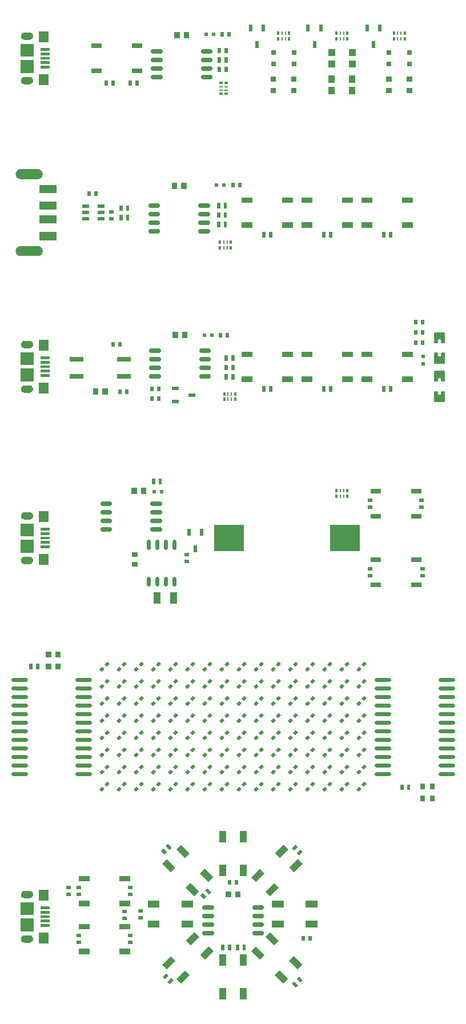
<source format=gtp>
G04 Layer: TopPasteMaskLayer*
G04 EasyEDA v6.4.25, 2021-12-03T12:49:28+01:00*
G04 accffd0c38b74f39b4550f21fb377da6,9c416354eb984020824aaf9c885bead6,10*
G04 Gerber Generator version 0.2*
G04 Scale: 100 percent, Rotated: No, Reflected: No *
G04 Dimensions in inches *
G04 leading zeros omitted , absolute positions ,3 integer and 6 decimal *
%FSLAX36Y36*%
%MOIN*%

%ADD13C,0.0220*%
%ADD14C,0.0256*%
%ADD15C,0.0236*%
%ADD17R,0.0197X0.0315*%
%ADD18R,0.0421X0.0236*%
%ADD19R,0.0236X0.0421*%
%ADD20R,0.0422X0.0209*%
%ADD21R,0.0315X0.0197*%
%ADD25R,0.0394X0.0709*%
%ADD26R,0.0709X0.0394*%
%ADD27R,0.0622X0.0315*%
%ADD28R,0.1772X0.1575*%
%ADD29R,0.0787X0.0315*%
%ADD33R,0.0315X0.0315*%
%ADD34R,0.0157X0.0217*%
%ADD35R,0.0098X0.0217*%
%ADD36R,0.0390X0.0430*%
%ADD37R,0.0236X0.0197*%
%ADD38R,0.0217X0.0157*%
%ADD39R,0.0217X0.0098*%
%ADD40R,0.0197X0.0236*%
%ADD41R,0.0315X0.0354*%
%ADD42R,0.0354X0.0315*%

%LPD*%
G36*
X60679Y5140D02*
G01*
X57740Y5000D01*
X54820Y4560D01*
X51960Y3840D01*
X49200Y2819D01*
X46560Y1540D01*
X44040Y20D01*
X41700Y-1760D01*
X39540Y-3760D01*
X37580Y-5980D01*
X35860Y-8360D01*
X34400Y-10920D01*
X33180Y-13600D01*
X32240Y-16379D01*
X31600Y-19260D01*
X31220Y-22180D01*
X31160Y-25120D01*
X31220Y-26600D01*
X31600Y-29520D01*
X32240Y-32380D01*
X33180Y-35180D01*
X34400Y-37860D01*
X35860Y-40400D01*
X37580Y-42800D01*
X39540Y-45000D01*
X40580Y-46040D01*
X42840Y-47920D01*
X45279Y-49580D01*
X47859Y-50980D01*
X50580Y-52140D01*
X53380Y-53000D01*
X56280Y-53580D01*
X59200Y-53880D01*
X159100Y-53920D01*
X162040Y-53760D01*
X164940Y-53320D01*
X167800Y-52600D01*
X170560Y-51600D01*
X173220Y-50320D01*
X175740Y-48780D01*
X178080Y-47000D01*
X180240Y-45000D01*
X182180Y-42800D01*
X183900Y-40400D01*
X185380Y-37860D01*
X186580Y-35180D01*
X187520Y-32380D01*
X188180Y-29520D01*
X188540Y-26600D01*
X188619Y-23640D01*
X188400Y-20720D01*
X187880Y-17820D01*
X187079Y-14980D01*
X186020Y-12240D01*
X184660Y-9620D01*
X183080Y-7140D01*
X181240Y-4840D01*
X179180Y-2740D01*
X176920Y-840D01*
X174500Y820D01*
X171900Y2220D01*
X169200Y3360D01*
X167800Y3840D01*
X164940Y4560D01*
X162040Y5000D01*
X159100Y5140D01*
G37*
G36*
X60679Y453960D02*
G01*
X57740Y453800D01*
X54820Y453360D01*
X51960Y452640D01*
X49200Y451640D01*
X46560Y450360D01*
X44040Y448820D01*
X41700Y447040D01*
X40580Y446079D01*
X38540Y443960D01*
X36700Y441659D01*
X35100Y439180D01*
X33760Y436560D01*
X32679Y433820D01*
X31880Y431000D01*
X31380Y428100D01*
X31220Y426640D01*
X31160Y423680D01*
X31380Y420760D01*
X31880Y417860D01*
X32679Y415020D01*
X33760Y412280D01*
X35100Y409660D01*
X36700Y407180D01*
X38540Y404880D01*
X40580Y402780D01*
X42840Y400880D01*
X45279Y399219D01*
X47859Y397819D01*
X50580Y396680D01*
X51960Y396200D01*
X54820Y395480D01*
X57740Y395040D01*
X60679Y394900D01*
X160560Y394940D01*
X163500Y395220D01*
X166380Y395820D01*
X167800Y396200D01*
X170560Y397220D01*
X173220Y398500D01*
X175740Y400020D01*
X178080Y401800D01*
X180240Y403800D01*
X182180Y406019D01*
X183900Y408400D01*
X185380Y410959D01*
X186580Y413640D01*
X187520Y416420D01*
X188180Y419300D01*
X188540Y422220D01*
X188619Y425160D01*
X188400Y428100D01*
X187880Y431000D01*
X187079Y433820D01*
X186020Y436560D01*
X184660Y439180D01*
X183080Y441659D01*
X181240Y443960D01*
X179180Y446079D01*
X176920Y447960D01*
X174500Y449620D01*
X171900Y451019D01*
X169200Y452180D01*
X166380Y453040D01*
X163500Y453620D01*
X160560Y453920D01*
G37*
G36*
X170900Y361420D02*
G01*
X170900Y314160D01*
X269320Y314160D01*
X269320Y361420D01*
G37*
G36*
X170900Y262980D02*
G01*
X170900Y215740D01*
X269320Y215740D01*
X269320Y262980D01*
G37*
G36*
X170900Y184240D02*
G01*
X170900Y137000D01*
X269320Y137000D01*
X269320Y184240D01*
G37*
G36*
X170900Y85820D02*
G01*
X170900Y38580D01*
X269320Y38580D01*
X269320Y85820D01*
G37*
G36*
X2477440Y-842560D02*
G01*
X2473500Y-846500D01*
X2473500Y-903000D01*
X2477440Y-906919D01*
X2532560Y-906919D01*
X2536500Y-903000D01*
X2536500Y-846500D01*
X2532560Y-842560D01*
X2517980Y-842560D01*
X2514040Y-846500D01*
X2514040Y-860500D01*
X2510100Y-864440D01*
X2499900Y-864440D01*
X2495960Y-860500D01*
X2495960Y-846500D01*
X2492020Y-842560D01*
G37*
G36*
X2477440Y-723080D02*
G01*
X2473500Y-727000D01*
X2473500Y-783500D01*
X2477440Y-787440D01*
X2492020Y-787440D01*
X2495960Y-783500D01*
X2495960Y-769500D01*
X2499900Y-765560D01*
X2510100Y-765560D01*
X2514040Y-769500D01*
X2514040Y-783500D01*
X2517980Y-787440D01*
X2532560Y-787440D01*
X2536500Y-783500D01*
X2536500Y-727000D01*
X2532560Y-723080D01*
G37*
G36*
X2477440Y-617560D02*
G01*
X2473500Y-621500D01*
X2473500Y-678000D01*
X2477440Y-681919D01*
X2532560Y-681919D01*
X2536500Y-678000D01*
X2536500Y-621500D01*
X2532560Y-617560D01*
X2517980Y-617560D01*
X2514040Y-621500D01*
X2514040Y-635500D01*
X2510100Y-639440D01*
X2499900Y-639440D01*
X2495960Y-635500D01*
X2495960Y-621500D01*
X2492020Y-617560D01*
G37*
G36*
X2477440Y-498080D02*
G01*
X2473500Y-502000D01*
X2473500Y-558500D01*
X2477440Y-562440D01*
X2492020Y-562440D01*
X2495960Y-558500D01*
X2495960Y-544500D01*
X2499900Y-540560D01*
X2510100Y-540560D01*
X2514040Y-544500D01*
X2514040Y-558500D01*
X2517980Y-562440D01*
X2532560Y-562440D01*
X2536500Y-558500D01*
X2536500Y-502000D01*
X2532560Y-498080D01*
G37*
G36*
X176100Y-640939D02*
G01*
X176100Y-656700D01*
X229240Y-656700D01*
X229240Y-640939D01*
G37*
G36*
X176100Y-666540D02*
G01*
X176100Y-682280D01*
X229240Y-682280D01*
X229240Y-666540D01*
G37*
G36*
X176100Y-743300D02*
G01*
X176100Y-759060D01*
X229240Y-759060D01*
X229240Y-743300D01*
G37*
G36*
X176100Y-717720D02*
G01*
X176100Y-733460D01*
X229240Y-733460D01*
X229240Y-717720D01*
G37*
G36*
X176100Y-692120D02*
G01*
X176100Y-707880D01*
X229240Y-707880D01*
X229240Y-692120D01*
G37*
G36*
X59960Y-615360D02*
G01*
X59960Y-690160D01*
X134760Y-690160D01*
X134760Y-615360D01*
G37*
G36*
X59960Y-709840D02*
G01*
X59960Y-784640D01*
X134760Y-784640D01*
X134760Y-709840D01*
G37*
G36*
X166500Y-542520D02*
G01*
X166500Y-605520D01*
X221620Y-605520D01*
X221620Y-542520D01*
G37*
G36*
X166500Y-794500D02*
G01*
X166500Y-857480D01*
X221620Y-857480D01*
X221620Y-794500D01*
G37*
G36*
X83560Y-808280D02*
G01*
X80900Y-808439D01*
X78280Y-808920D01*
X76980Y-809280D01*
X74500Y-810260D01*
X73300Y-810840D01*
X71040Y-812260D01*
X68960Y-813920D01*
X67100Y-815840D01*
X65500Y-817960D01*
X64160Y-820280D01*
X63120Y-822720D01*
X62400Y-825300D01*
X62000Y-827920D01*
X61900Y-830600D01*
X62160Y-833240D01*
X62720Y-835840D01*
X63120Y-837120D01*
X64160Y-839580D01*
X65500Y-841880D01*
X67100Y-844020D01*
X68960Y-845920D01*
X71040Y-847600D01*
X73300Y-849000D01*
X75720Y-850120D01*
X78280Y-850920D01*
X80900Y-851420D01*
X83560Y-851580D01*
X112440Y-851540D01*
X113780Y-851420D01*
X116400Y-850920D01*
X118940Y-850120D01*
X121359Y-849000D01*
X123620Y-847600D01*
X125700Y-845920D01*
X127560Y-844020D01*
X129160Y-841880D01*
X130500Y-839580D01*
X131540Y-837120D01*
X132260Y-834560D01*
X132680Y-831919D01*
X132760Y-829260D01*
X132680Y-827920D01*
X132260Y-825300D01*
X131540Y-822720D01*
X130500Y-820280D01*
X129160Y-817960D01*
X127560Y-815840D01*
X125700Y-813920D01*
X123620Y-812260D01*
X121359Y-810840D01*
X118940Y-809740D01*
X117680Y-809280D01*
X115100Y-808640D01*
X112440Y-808319D01*
G37*
G36*
X83560Y-548440D02*
G01*
X80920Y-548620D01*
X79600Y-548820D01*
X77040Y-549480D01*
X74560Y-550460D01*
X72240Y-551720D01*
X70080Y-553260D01*
X68120Y-555060D01*
X66400Y-557080D01*
X64940Y-559300D01*
X63760Y-561680D01*
X62880Y-564180D01*
X62320Y-566780D01*
X62080Y-569420D01*
X62160Y-572080D01*
X62560Y-574700D01*
X63280Y-577260D01*
X64320Y-579700D01*
X65640Y-582000D01*
X67220Y-584120D01*
X69080Y-586040D01*
X71140Y-587700D01*
X73380Y-589120D01*
X75780Y-590240D01*
X78320Y-591060D01*
X80920Y-591560D01*
X83560Y-591740D01*
X111120Y-591740D01*
X113780Y-591560D01*
X116380Y-591060D01*
X118900Y-590240D01*
X121320Y-589120D01*
X123560Y-587700D01*
X125620Y-586040D01*
X127460Y-584120D01*
X129060Y-582000D01*
X130380Y-579700D01*
X131420Y-577260D01*
X132140Y-574700D01*
X132540Y-572080D01*
X132620Y-569420D01*
X132380Y-566780D01*
X131820Y-564180D01*
X130940Y-561680D01*
X129760Y-559300D01*
X128300Y-557080D01*
X126580Y-555060D01*
X124620Y-553260D01*
X122460Y-551720D01*
X120120Y-550460D01*
X117660Y-549480D01*
X115079Y-548820D01*
X112460Y-548480D01*
G37*
G36*
X176100Y-3850940D02*
G01*
X176100Y-3866700D01*
X229240Y-3866700D01*
X229240Y-3850940D01*
G37*
G36*
X176100Y-3876540D02*
G01*
X176100Y-3892280D01*
X229240Y-3892280D01*
X229240Y-3876540D01*
G37*
G36*
X176100Y-3953300D02*
G01*
X176100Y-3969060D01*
X229240Y-3969060D01*
X229240Y-3953300D01*
G37*
G36*
X176100Y-3927720D02*
G01*
X176100Y-3943460D01*
X229240Y-3943460D01*
X229240Y-3927720D01*
G37*
G36*
X176100Y-3902120D02*
G01*
X176100Y-3917880D01*
X229240Y-3917880D01*
X229240Y-3902120D01*
G37*
G36*
X59960Y-3825360D02*
G01*
X59960Y-3900160D01*
X134760Y-3900160D01*
X134760Y-3825360D01*
G37*
G36*
X59960Y-3919840D02*
G01*
X59960Y-3994640D01*
X134760Y-3994640D01*
X134760Y-3919840D01*
G37*
G36*
X166500Y-3752520D02*
G01*
X166500Y-3815520D01*
X221620Y-3815520D01*
X221620Y-3752520D01*
G37*
G36*
X166500Y-4004500D02*
G01*
X166500Y-4067480D01*
X221620Y-4067480D01*
X221620Y-4004500D01*
G37*
G36*
X83560Y-4018279D02*
G01*
X80900Y-4018440D01*
X78280Y-4018920D01*
X76980Y-4019280D01*
X74500Y-4020260D01*
X73300Y-4020840D01*
X71040Y-4022260D01*
X68960Y-4023920D01*
X67100Y-4025840D01*
X65500Y-4027960D01*
X64160Y-4030280D01*
X63120Y-4032720D01*
X62400Y-4035299D01*
X62000Y-4037919D01*
X61900Y-4040600D01*
X62160Y-4043240D01*
X62720Y-4045840D01*
X63120Y-4047120D01*
X64160Y-4049580D01*
X65500Y-4051880D01*
X67100Y-4054020D01*
X68960Y-4055920D01*
X71040Y-4057600D01*
X73300Y-4059000D01*
X75720Y-4060120D01*
X78280Y-4060920D01*
X80900Y-4061420D01*
X83560Y-4061580D01*
X112440Y-4061540D01*
X113780Y-4061420D01*
X116400Y-4060920D01*
X118940Y-4060120D01*
X121359Y-4059000D01*
X123620Y-4057600D01*
X125700Y-4055920D01*
X127560Y-4054020D01*
X129160Y-4051880D01*
X130500Y-4049580D01*
X131540Y-4047120D01*
X132260Y-4044560D01*
X132680Y-4041920D01*
X132760Y-4039260D01*
X132680Y-4037919D01*
X132260Y-4035299D01*
X131540Y-4032720D01*
X130500Y-4030280D01*
X129160Y-4027960D01*
X127560Y-4025840D01*
X125700Y-4023920D01*
X123620Y-4022260D01*
X121359Y-4020840D01*
X118940Y-4019740D01*
X117680Y-4019280D01*
X115100Y-4018639D01*
X112440Y-4018320D01*
G37*
G36*
X83560Y-3758440D02*
G01*
X80920Y-3758620D01*
X79600Y-3758820D01*
X77040Y-3759480D01*
X74560Y-3760460D01*
X72240Y-3761720D01*
X70080Y-3763260D01*
X68120Y-3765059D01*
X66400Y-3767080D01*
X64940Y-3769300D01*
X63760Y-3771680D01*
X62880Y-3774180D01*
X62320Y-3776780D01*
X62080Y-3779420D01*
X62160Y-3782080D01*
X62560Y-3784700D01*
X63280Y-3787260D01*
X64320Y-3789700D01*
X65640Y-3792000D01*
X67220Y-3794120D01*
X69080Y-3796040D01*
X71140Y-3797700D01*
X73380Y-3799120D01*
X75780Y-3800240D01*
X78320Y-3801060D01*
X80920Y-3801560D01*
X83560Y-3801740D01*
X111120Y-3801740D01*
X113780Y-3801560D01*
X116380Y-3801060D01*
X118900Y-3800240D01*
X121320Y-3799120D01*
X123560Y-3797700D01*
X125620Y-3796040D01*
X127460Y-3794120D01*
X129060Y-3792000D01*
X130380Y-3789700D01*
X131420Y-3787260D01*
X132140Y-3784700D01*
X132540Y-3782080D01*
X132620Y-3779420D01*
X132380Y-3776780D01*
X131820Y-3774180D01*
X130940Y-3771680D01*
X129760Y-3769300D01*
X128300Y-3767080D01*
X126580Y-3765059D01*
X124620Y-3763260D01*
X122460Y-3761720D01*
X120120Y-3760460D01*
X117660Y-3759480D01*
X115079Y-3758820D01*
X112460Y-3758480D01*
G37*
G36*
X176100Y-1640940D02*
G01*
X176100Y-1656699D01*
X229240Y-1656699D01*
X229240Y-1640940D01*
G37*
G36*
X176100Y-1666540D02*
G01*
X176100Y-1682280D01*
X229240Y-1682280D01*
X229240Y-1666540D01*
G37*
G36*
X176100Y-1743300D02*
G01*
X176100Y-1759060D01*
X229240Y-1759060D01*
X229240Y-1743300D01*
G37*
G36*
X176100Y-1717720D02*
G01*
X176100Y-1733460D01*
X229240Y-1733460D01*
X229240Y-1717720D01*
G37*
G36*
X176100Y-1692120D02*
G01*
X176100Y-1707880D01*
X229240Y-1707880D01*
X229240Y-1692120D01*
G37*
G36*
X59960Y-1615360D02*
G01*
X59960Y-1690160D01*
X134760Y-1690160D01*
X134760Y-1615360D01*
G37*
G36*
X59960Y-1709840D02*
G01*
X59960Y-1784640D01*
X134760Y-1784640D01*
X134760Y-1709840D01*
G37*
G36*
X166500Y-1542520D02*
G01*
X166500Y-1605520D01*
X221620Y-1605520D01*
X221620Y-1542520D01*
G37*
G36*
X166500Y-1794500D02*
G01*
X166500Y-1857480D01*
X221620Y-1857480D01*
X221620Y-1794500D01*
G37*
G36*
X83560Y-1808280D02*
G01*
X80900Y-1808440D01*
X78280Y-1808920D01*
X76980Y-1809280D01*
X74500Y-1810260D01*
X73300Y-1810840D01*
X71040Y-1812260D01*
X68960Y-1813920D01*
X67100Y-1815840D01*
X65500Y-1817960D01*
X64160Y-1820280D01*
X63120Y-1822720D01*
X62400Y-1825300D01*
X62000Y-1827920D01*
X61900Y-1830600D01*
X62160Y-1833240D01*
X62720Y-1835840D01*
X63120Y-1837120D01*
X64160Y-1839580D01*
X65500Y-1841879D01*
X67100Y-1844019D01*
X68960Y-1845920D01*
X71040Y-1847600D01*
X73300Y-1849000D01*
X75720Y-1850120D01*
X78280Y-1850920D01*
X80900Y-1851420D01*
X83560Y-1851579D01*
X112440Y-1851540D01*
X113780Y-1851420D01*
X116400Y-1850920D01*
X118940Y-1850120D01*
X121359Y-1849000D01*
X123620Y-1847600D01*
X125700Y-1845920D01*
X127560Y-1844019D01*
X129160Y-1841879D01*
X130500Y-1839580D01*
X131540Y-1837120D01*
X132260Y-1834560D01*
X132680Y-1831920D01*
X132760Y-1829259D01*
X132680Y-1827920D01*
X132260Y-1825300D01*
X131540Y-1822720D01*
X130500Y-1820280D01*
X129160Y-1817960D01*
X127560Y-1815840D01*
X125700Y-1813920D01*
X123620Y-1812260D01*
X121359Y-1810840D01*
X118940Y-1809740D01*
X117680Y-1809280D01*
X115100Y-1808640D01*
X112440Y-1808320D01*
G37*
G36*
X83560Y-1548440D02*
G01*
X80920Y-1548620D01*
X79600Y-1548820D01*
X77040Y-1549480D01*
X74560Y-1550460D01*
X72240Y-1551720D01*
X70080Y-1553260D01*
X68120Y-1555060D01*
X66400Y-1557080D01*
X64940Y-1559300D01*
X63760Y-1561680D01*
X62880Y-1564180D01*
X62320Y-1566780D01*
X62080Y-1569420D01*
X62160Y-1572080D01*
X62560Y-1574700D01*
X63280Y-1577260D01*
X64320Y-1579700D01*
X65640Y-1582000D01*
X67220Y-1584120D01*
X69080Y-1586040D01*
X71140Y-1587700D01*
X73380Y-1589120D01*
X75780Y-1590240D01*
X78320Y-1591060D01*
X80920Y-1591560D01*
X83560Y-1591740D01*
X111120Y-1591740D01*
X113780Y-1591560D01*
X116380Y-1591060D01*
X118900Y-1590240D01*
X121320Y-1589120D01*
X123560Y-1587700D01*
X125620Y-1586040D01*
X127460Y-1584120D01*
X129060Y-1582000D01*
X130380Y-1579700D01*
X131420Y-1577260D01*
X132140Y-1574700D01*
X132540Y-1572080D01*
X132620Y-1569420D01*
X132380Y-1566780D01*
X131820Y-1564180D01*
X130940Y-1561680D01*
X129760Y-1559300D01*
X128300Y-1557080D01*
X126580Y-1555060D01*
X124620Y-1553260D01*
X122460Y-1551720D01*
X120120Y-1550460D01*
X117660Y-1549480D01*
X115079Y-1548820D01*
X112460Y-1548480D01*
G37*
G36*
X176100Y1159060D02*
G01*
X176100Y1143300D01*
X229240Y1143300D01*
X229240Y1159060D01*
G37*
G36*
X176100Y1133460D02*
G01*
X176100Y1117720D01*
X229240Y1117720D01*
X229240Y1133460D01*
G37*
G36*
X176100Y1056700D02*
G01*
X176100Y1040939D01*
X229240Y1040939D01*
X229240Y1056700D01*
G37*
G36*
X176100Y1082280D02*
G01*
X176100Y1066540D01*
X229240Y1066540D01*
X229240Y1082280D01*
G37*
G36*
X176100Y1107880D02*
G01*
X176100Y1092120D01*
X229240Y1092120D01*
X229240Y1107880D01*
G37*
G36*
X59960Y1184640D02*
G01*
X59960Y1109840D01*
X134760Y1109840D01*
X134760Y1184640D01*
G37*
G36*
X59960Y1090160D02*
G01*
X59960Y1015360D01*
X134760Y1015360D01*
X134760Y1090160D01*
G37*
G36*
X166500Y1257480D02*
G01*
X166500Y1194480D01*
X221620Y1194480D01*
X221620Y1257480D01*
G37*
G36*
X166500Y1005500D02*
G01*
X166500Y942520D01*
X221620Y942520D01*
X221620Y1005500D01*
G37*
G36*
X83560Y991720D02*
G01*
X80900Y991560D01*
X78280Y991080D01*
X76980Y990720D01*
X74500Y989740D01*
X73300Y989160D01*
X71040Y987740D01*
X68960Y986080D01*
X67100Y984160D01*
X65500Y982039D01*
X64160Y979720D01*
X63120Y977280D01*
X62400Y974700D01*
X62000Y972080D01*
X61900Y969400D01*
X62160Y966760D01*
X62720Y964160D01*
X63120Y962880D01*
X64160Y960420D01*
X65500Y958120D01*
X67100Y955980D01*
X68960Y954080D01*
X71040Y952400D01*
X73300Y951000D01*
X75720Y949880D01*
X78280Y949080D01*
X80900Y948580D01*
X83560Y948420D01*
X112440Y948460D01*
X113780Y948580D01*
X116400Y949080D01*
X118940Y949880D01*
X121359Y951000D01*
X123620Y952400D01*
X125700Y954080D01*
X127560Y955980D01*
X129160Y958120D01*
X130500Y960420D01*
X131540Y962880D01*
X132260Y965440D01*
X132680Y968080D01*
X132760Y970740D01*
X132680Y972080D01*
X132260Y974700D01*
X131540Y977280D01*
X130500Y979720D01*
X129160Y982039D01*
X127560Y984160D01*
X125700Y986080D01*
X123620Y987740D01*
X121359Y989160D01*
X118940Y990260D01*
X117680Y990720D01*
X115100Y991360D01*
X112440Y991680D01*
G37*
G36*
X83560Y1251560D02*
G01*
X80920Y1251380D01*
X79600Y1251180D01*
X77040Y1250520D01*
X74560Y1249540D01*
X72240Y1248280D01*
X70080Y1246740D01*
X68120Y1244940D01*
X66400Y1242920D01*
X64940Y1240700D01*
X63760Y1238320D01*
X62880Y1235820D01*
X62320Y1233220D01*
X62080Y1230580D01*
X62160Y1227920D01*
X62560Y1225300D01*
X63280Y1222740D01*
X64320Y1220300D01*
X65640Y1218000D01*
X67220Y1215880D01*
X69080Y1213960D01*
X71140Y1212300D01*
X73380Y1210880D01*
X75780Y1209760D01*
X78320Y1208940D01*
X80920Y1208440D01*
X83560Y1208260D01*
X111120Y1208260D01*
X113780Y1208440D01*
X116380Y1208940D01*
X118900Y1209760D01*
X121320Y1210880D01*
X123560Y1212300D01*
X125620Y1213960D01*
X127460Y1215880D01*
X129060Y1218000D01*
X130380Y1220300D01*
X131420Y1222740D01*
X132140Y1225300D01*
X132540Y1227920D01*
X132620Y1230580D01*
X132380Y1233220D01*
X131820Y1235820D01*
X130940Y1238320D01*
X129760Y1240700D01*
X128300Y1242920D01*
X126580Y1244940D01*
X124620Y1246740D01*
X122460Y1248280D01*
X120120Y1249540D01*
X117660Y1250520D01*
X115079Y1251180D01*
X112460Y1251520D01*
G37*
D13*
X2510905Y-3075000D02*
G01*
X2584594Y-3075000D01*
X2510905Y-3025000D02*
G01*
X2584594Y-3025000D01*
X2510905Y-2975000D02*
G01*
X2584594Y-2975000D01*
X2510905Y-2925000D02*
G01*
X2584594Y-2925000D01*
X2510905Y-2875000D02*
G01*
X2584594Y-2875000D01*
X2510905Y-2825000D02*
G01*
X2584594Y-2825000D01*
X2510905Y-2775000D02*
G01*
X2584594Y-2775000D01*
X2510905Y-2725000D02*
G01*
X2584594Y-2725000D01*
X2510905Y-2675000D02*
G01*
X2584594Y-2675000D01*
X2510905Y-2625000D02*
G01*
X2584594Y-2625000D01*
X2510905Y-2575000D02*
G01*
X2584594Y-2575000D01*
X2510905Y-2525000D02*
G01*
X2584594Y-2525000D01*
X2135406Y-3075000D02*
G01*
X2209094Y-3075000D01*
X2135406Y-3025000D02*
G01*
X2209094Y-3025000D01*
X2135406Y-2975000D02*
G01*
X2209094Y-2975000D01*
X2135406Y-2925000D02*
G01*
X2209094Y-2925000D01*
X2135406Y-2875000D02*
G01*
X2209094Y-2875000D01*
X2135406Y-2825000D02*
G01*
X2209094Y-2825000D01*
X2135406Y-2775000D02*
G01*
X2209094Y-2775000D01*
X2135406Y-2725000D02*
G01*
X2209094Y-2725000D01*
X2135406Y-2675000D02*
G01*
X2209094Y-2675000D01*
X2135406Y-2625000D02*
G01*
X2209094Y-2625000D01*
X2135406Y-2575000D02*
G01*
X2209094Y-2575000D01*
X2135406Y-2525000D02*
G01*
X2209094Y-2525000D01*
X89095Y-2525000D02*
G01*
X15405Y-2525000D01*
X89095Y-2575000D02*
G01*
X15405Y-2575000D01*
X89095Y-2625000D02*
G01*
X15405Y-2625000D01*
X89095Y-2675000D02*
G01*
X15405Y-2675000D01*
X89095Y-2725000D02*
G01*
X15405Y-2725000D01*
X89095Y-2775000D02*
G01*
X15405Y-2775000D01*
X89095Y-2825000D02*
G01*
X15405Y-2825000D01*
X89095Y-2875000D02*
G01*
X15405Y-2875000D01*
X89095Y-2925000D02*
G01*
X15405Y-2925000D01*
X89095Y-2975000D02*
G01*
X15405Y-2975000D01*
X89095Y-3025000D02*
G01*
X15405Y-3025000D01*
X89095Y-3075000D02*
G01*
X15405Y-3075000D01*
X464594Y-2525000D02*
G01*
X390905Y-2525000D01*
X464594Y-2575000D02*
G01*
X390905Y-2575000D01*
X464594Y-2625000D02*
G01*
X390905Y-2625000D01*
X464594Y-2675000D02*
G01*
X390905Y-2675000D01*
X464594Y-2725000D02*
G01*
X390905Y-2725000D01*
X464594Y-2775000D02*
G01*
X390905Y-2775000D01*
X464594Y-2825000D02*
G01*
X390905Y-2825000D01*
X464594Y-2875000D02*
G01*
X390905Y-2875000D01*
X464594Y-2925000D02*
G01*
X390905Y-2925000D01*
X464594Y-2975000D02*
G01*
X390905Y-2975000D01*
X464594Y-3025000D02*
G01*
X390905Y-3025000D01*
X464594Y-3075000D02*
G01*
X390905Y-3075000D01*
D14*
X1125001Y990000D02*
G01*
X1166338Y990000D01*
X1125001Y1040000D02*
G01*
X1166338Y1040000D01*
X1125001Y1090000D02*
G01*
X1166338Y1090000D01*
X1125001Y1140000D02*
G01*
X1166338Y1140000D01*
X833661Y990000D02*
G01*
X874998Y990000D01*
X833661Y1040000D02*
G01*
X874998Y1040000D01*
X833661Y1090000D02*
G01*
X874998Y1090000D01*
X833661Y1140000D02*
G01*
X874998Y1140000D01*
X1110001Y90000D02*
G01*
X1151338Y90000D01*
X1110001Y140000D02*
G01*
X1151338Y140000D01*
X1110001Y190000D02*
G01*
X1151338Y190000D01*
X1110001Y240000D02*
G01*
X1151338Y240000D01*
X818661Y90000D02*
G01*
X859998Y90000D01*
X818661Y140000D02*
G01*
X859998Y140000D01*
X818661Y190000D02*
G01*
X859998Y190000D01*
X818661Y240000D02*
G01*
X859998Y240000D01*
D15*
X955000Y-1755241D02*
G01*
X955000Y-1719020D01*
X905000Y-1755241D02*
G01*
X905000Y-1719020D01*
X855000Y-1755241D02*
G01*
X855000Y-1719020D01*
X805000Y-1755241D02*
G01*
X805000Y-1719020D01*
X955000Y-1970979D02*
G01*
X955000Y-1934760D01*
X905000Y-1970979D02*
G01*
X905000Y-1934760D01*
X855000Y-1970979D02*
G01*
X855000Y-1934760D01*
X805000Y-1970979D02*
G01*
X805000Y-1934760D01*
D14*
X1115001Y-755000D02*
G01*
X1156338Y-755000D01*
X1115001Y-705000D02*
G01*
X1156338Y-705000D01*
X1115001Y-655000D02*
G01*
X1156338Y-655000D01*
X1115001Y-605000D02*
G01*
X1156338Y-605000D01*
X823661Y-755000D02*
G01*
X864998Y-755000D01*
X823661Y-705000D02*
G01*
X864998Y-705000D01*
X823661Y-655000D02*
G01*
X864998Y-655000D01*
X823661Y-605000D02*
G01*
X864998Y-605000D01*
X1425001Y-4005000D02*
G01*
X1466338Y-4005000D01*
X1425001Y-3955000D02*
G01*
X1466338Y-3955000D01*
X1425001Y-3905000D02*
G01*
X1466338Y-3905000D01*
X1425001Y-3855000D02*
G01*
X1466338Y-3855000D01*
X1133661Y-4005000D02*
G01*
X1174998Y-4005000D01*
X1133661Y-3955000D02*
G01*
X1174998Y-3955000D01*
X1133661Y-3905000D02*
G01*
X1174998Y-3905000D01*
X1133661Y-3855000D02*
G01*
X1174998Y-3855000D01*
X830001Y-1650000D02*
G01*
X871338Y-1650000D01*
X830001Y-1600000D02*
G01*
X871338Y-1600000D01*
X830001Y-1550000D02*
G01*
X871338Y-1550000D01*
X830001Y-1500000D02*
G01*
X871338Y-1500000D01*
X538661Y-1650000D02*
G01*
X579998Y-1650000D01*
X538661Y-1600000D02*
G01*
X579998Y-1600000D01*
X538661Y-1550000D02*
G01*
X579998Y-1550000D01*
X538661Y-1500000D02*
G01*
X579998Y-1500000D01*
D17*
G01*
X640309Y-845000D03*
G01*
X679679Y-845000D03*
D18*
G01*
X961379Y-827600D03*
G01*
X961379Y-902399D03*
G01*
X1058620Y-865000D03*
D19*
G01*
X1117399Y-1666379D03*
G01*
X1042600Y-1666379D03*
G01*
X1080000Y-1763620D03*
G01*
X1477399Y1278620D03*
G01*
X1402600Y1278620D03*
G01*
X1440000Y1181379D03*
G01*
X1812399Y1278620D03*
G01*
X1737600Y1278620D03*
G01*
X1775000Y1181379D03*
G01*
X2157399Y1278620D03*
G01*
X2082600Y1278620D03*
G01*
X2120000Y1181379D03*
D20*
G01*
X439760Y237399D03*
G01*
X439760Y200000D03*
G01*
X439760Y162600D03*
G01*
X530239Y162600D03*
G01*
X530239Y200000D03*
G01*
X530239Y237399D03*
D21*
G01*
X1030000Y-1834690D03*
G01*
X1030000Y-1795320D03*
G36*
X1144174Y-3793096D02*
G01*
X1130255Y-3807015D01*
X1107984Y-3784744D01*
X1121904Y-3770825D01*
G37*
G36*
X1172013Y-3765257D02*
G01*
X1158095Y-3779176D01*
X1135824Y-3756904D01*
X1149742Y-3742986D01*
G37*
G01*
X665000Y-3919690D03*
G01*
X665000Y-3880320D03*
G01*
X340000Y-3779690D03*
G01*
X340000Y-3740320D03*
D25*
G01*
X1359040Y-4161590D03*
G01*
X1240940Y-4161590D03*
G01*
X1240940Y-4358440D03*
G01*
X1359040Y-4358440D03*
G36*
X1516006Y-3999684D02*
G01*
X1566117Y-4049794D01*
X1538278Y-4077633D01*
X1488167Y-4027522D01*
G37*
G36*
X1432497Y-4083193D02*
G01*
X1482608Y-4133303D01*
X1454768Y-4161142D01*
X1404659Y-4111032D01*
G37*
G36*
X1571692Y-4222386D02*
G01*
X1621801Y-4272496D01*
X1593963Y-4300336D01*
X1543852Y-4250225D01*
G37*
G36*
X1655200Y-4138877D02*
G01*
X1705311Y-4188987D01*
X1677471Y-4216826D01*
X1627362Y-4166716D01*
G37*
G36*
X1526126Y-3816275D02*
G01*
X1596993Y-3816275D01*
X1596993Y-3855644D01*
X1526126Y-3855644D01*
G37*
G36*
X1526126Y-3934375D02*
G01*
X1596993Y-3934375D01*
X1596993Y-3973744D01*
X1526126Y-3973744D01*
G37*
G36*
X1722977Y-3934375D02*
G01*
X1793842Y-3934375D01*
X1793842Y-3973744D01*
X1722977Y-3973744D01*
G37*
G36*
X1722977Y-3816275D02*
G01*
X1793842Y-3816275D01*
X1793842Y-3855644D01*
X1722977Y-3855644D01*
G37*
G36*
X1404659Y-3678987D02*
G01*
X1454768Y-3628877D01*
X1482608Y-3656716D01*
X1432497Y-3706826D01*
G37*
G36*
X1488167Y-3762496D02*
G01*
X1538278Y-3712386D01*
X1566117Y-3740225D01*
X1516006Y-3790336D01*
G37*
G36*
X1627362Y-3623303D02*
G01*
X1677471Y-3573193D01*
X1705311Y-3601032D01*
X1655200Y-3651142D01*
G37*
G36*
X1543852Y-3539794D02*
G01*
X1593963Y-3489684D01*
X1621801Y-3517522D01*
X1571692Y-3567633D01*
G37*
G01*
X1240940Y-3638440D03*
G01*
X1359040Y-3638440D03*
G01*
X1359040Y-3441590D03*
G01*
X1240940Y-3441590D03*
G36*
X1073963Y-3790336D02*
G01*
X1023852Y-3740225D01*
X1051692Y-3712386D01*
X1101801Y-3762496D01*
G37*
G36*
X1157471Y-3706826D02*
G01*
X1107362Y-3656716D01*
X1135200Y-3628877D01*
X1185311Y-3678987D01*
G37*
G36*
X1018278Y-3567633D02*
G01*
X968167Y-3517522D01*
X996006Y-3489684D01*
X1046117Y-3539794D01*
G37*
G36*
X934768Y-3651142D02*
G01*
X884659Y-3601032D01*
X912497Y-3573193D01*
X962608Y-3623303D01*
G37*
D26*
G01*
X1033410Y-3954059D03*
G01*
X1033410Y-3835960D03*
G01*
X836559Y-3835960D03*
G01*
X836559Y-3954059D03*
G36*
X1185311Y-4111032D02*
G01*
X1135200Y-4161142D01*
X1107362Y-4133303D01*
X1157471Y-4083193D01*
G37*
G36*
X1101801Y-4027522D02*
G01*
X1051692Y-4077633D01*
X1023852Y-4049794D01*
X1073963Y-3999684D01*
G37*
G36*
X962608Y-4166716D02*
G01*
X912497Y-4216826D01*
X884659Y-4188987D01*
X934768Y-4138877D01*
G37*
G36*
X1046117Y-4250225D02*
G01*
X996006Y-4300336D01*
X968167Y-4272496D01*
X1018278Y-4222386D01*
G37*
G36*
X1350767Y288537D02*
G01*
X1412971Y288537D01*
X1412971Y257042D01*
X1350767Y257042D01*
G37*
G36*
X1586988Y288537D02*
G01*
X1649192Y288537D01*
X1649192Y257042D01*
X1586988Y257042D01*
G37*
G36*
X1350767Y142878D02*
G01*
X1412971Y142878D01*
X1412971Y111381D01*
X1350767Y111381D01*
G37*
G36*
X1586988Y142878D02*
G01*
X1649192Y142878D01*
X1649192Y111381D01*
X1586988Y111381D01*
G37*
G36*
X1700767Y288537D02*
G01*
X1762971Y288537D01*
X1762971Y257042D01*
X1700767Y257042D01*
G37*
G36*
X1936988Y288537D02*
G01*
X1999192Y288537D01*
X1999192Y257042D01*
X1936988Y257042D01*
G37*
G36*
X1700767Y142878D02*
G01*
X1762971Y142878D01*
X1762971Y111381D01*
X1700767Y111381D01*
G37*
G36*
X1936988Y142878D02*
G01*
X1999192Y142878D01*
X1999192Y111381D01*
X1936988Y111381D01*
G37*
G36*
X2050767Y288537D02*
G01*
X2112971Y288537D01*
X2112971Y257042D01*
X2050767Y257042D01*
G37*
G36*
X2286988Y288537D02*
G01*
X2349192Y288537D01*
X2349192Y257042D01*
X2286988Y257042D01*
G37*
G36*
X2050767Y142878D02*
G01*
X2112971Y142878D01*
X2112971Y111381D01*
X2050767Y111381D01*
G37*
G36*
X2286988Y142878D02*
G01*
X2349192Y142878D01*
X2349192Y111381D01*
X2286988Y111381D01*
G37*
D27*
G01*
X738090Y1027130D03*
G01*
X501869Y1027130D03*
G01*
X738090Y1172790D03*
G01*
X501869Y1172790D03*
G36*
X1350767Y-611462D02*
G01*
X1412971Y-611462D01*
X1412971Y-642957D01*
X1350767Y-642957D01*
G37*
G36*
X1586988Y-611462D02*
G01*
X1649192Y-611462D01*
X1649192Y-642957D01*
X1586988Y-642957D01*
G37*
G36*
X1350767Y-757121D02*
G01*
X1412971Y-757121D01*
X1412971Y-788618D01*
X1350767Y-788618D01*
G37*
G36*
X1586988Y-757121D02*
G01*
X1649192Y-757121D01*
X1649192Y-788618D01*
X1586988Y-788618D01*
G37*
G36*
X1700767Y-611462D02*
G01*
X1762971Y-611462D01*
X1762971Y-642957D01*
X1700767Y-642957D01*
G37*
G36*
X1936988Y-611462D02*
G01*
X1999192Y-611462D01*
X1999192Y-642957D01*
X1936988Y-642957D01*
G37*
G36*
X1700767Y-757121D02*
G01*
X1762971Y-757121D01*
X1762971Y-788618D01*
X1700767Y-788618D01*
G37*
G36*
X1936988Y-757121D02*
G01*
X1999192Y-757121D01*
X1999192Y-788618D01*
X1936988Y-788618D01*
G37*
G36*
X2050767Y-611462D02*
G01*
X2112971Y-611462D01*
X2112971Y-642957D01*
X2050767Y-642957D01*
G37*
G36*
X2286988Y-611462D02*
G01*
X2349192Y-611462D01*
X2349192Y-642957D01*
X2286988Y-642957D01*
G37*
G36*
X2050767Y-757121D02*
G01*
X2112971Y-757121D01*
X2112971Y-788618D01*
X2050767Y-788618D01*
G37*
G36*
X2286988Y-757121D02*
G01*
X2349192Y-757121D01*
X2349192Y-788618D01*
X2286988Y-788618D01*
G37*
G36*
X400817Y-3671363D02*
G01*
X463020Y-3671363D01*
X463020Y-3702858D01*
X400817Y-3702858D01*
G37*
G36*
X637037Y-3671363D02*
G01*
X699241Y-3671363D01*
X699241Y-3702858D01*
X637037Y-3702858D01*
G37*
G36*
X400817Y-3817022D02*
G01*
X463020Y-3817022D01*
X463020Y-3848519D01*
X400817Y-3848519D01*
G37*
G36*
X637037Y-3817022D02*
G01*
X699241Y-3817022D01*
X699241Y-3848519D01*
X637037Y-3848519D01*
G37*
G36*
X400817Y-3951363D02*
G01*
X463020Y-3951363D01*
X463020Y-3982858D01*
X400817Y-3982858D01*
G37*
G36*
X637037Y-3951363D02*
G01*
X699241Y-3951363D01*
X699241Y-3982858D01*
X637037Y-3982858D01*
G37*
G36*
X400817Y-4097022D02*
G01*
X463020Y-4097022D01*
X463020Y-4128519D01*
X400817Y-4128519D01*
G37*
G36*
X637037Y-4097022D02*
G01*
X699241Y-4097022D01*
X699241Y-4128519D01*
X637037Y-4128519D01*
G37*
G01*
X2368090Y-1972869D03*
G01*
X2131869Y-1972869D03*
G01*
X2368090Y-1827210D03*
G01*
X2131869Y-1827210D03*
G01*
X2368090Y-1572869D03*
G01*
X2131869Y-1572869D03*
G01*
X2368090Y-1427210D03*
G01*
X2131869Y-1427210D03*
D28*
G01*
X1276419Y-1700000D03*
G01*
X1953580Y-1700000D03*
D29*
G01*
X387210Y-655000D03*
G01*
X387199Y-755000D03*
G01*
X662800Y-755000D03*
G01*
X662800Y-655000D03*
D17*
G01*
X2365309Y-440000D03*
G01*
X2404679Y-440000D03*
D25*
G01*
X954210Y-2050000D03*
G01*
X855789Y-2050000D03*
D33*
G01*
X1655000Y1133499D03*
G01*
X1655000Y1066500D03*
G36*
X1639251Y927247D02*
G01*
X1670748Y927247D01*
X1670748Y895752D01*
X1639251Y895752D01*
G37*
G36*
X1639251Y994247D02*
G01*
X1670748Y994247D01*
X1670748Y962752D01*
X1639251Y962752D01*
G37*
G36*
X1519251Y927247D02*
G01*
X1550748Y927247D01*
X1550748Y895752D01*
X1519251Y895752D01*
G37*
G36*
X1519251Y994247D02*
G01*
X1550748Y994247D01*
X1550748Y962752D01*
X1519251Y962752D01*
G37*
G01*
X1535000Y1133499D03*
G01*
X1535000Y1066500D03*
G01*
X2330000Y1133499D03*
G01*
X2330000Y1066500D03*
G36*
X2314251Y927247D02*
G01*
X2345748Y927247D01*
X2345748Y895752D01*
X2314251Y895752D01*
G37*
G36*
X2314251Y994247D02*
G01*
X2345748Y994247D01*
X2345748Y962752D01*
X2314251Y962752D01*
G37*
G36*
X2194251Y927247D02*
G01*
X2225748Y927247D01*
X2225748Y895752D01*
X2194251Y895752D01*
G37*
G36*
X2194251Y994247D02*
G01*
X2225748Y994247D01*
X2225748Y962752D01*
X2194251Y962752D01*
G37*
G01*
X2210000Y1133499D03*
G01*
X2210000Y1066500D03*
G36*
X674843Y240747D02*
G01*
X694528Y240747D01*
X694528Y209252D01*
X674843Y209252D01*
G37*
G36*
X635473Y240747D02*
G01*
X655158Y240747D01*
X655158Y209252D01*
X635473Y209252D01*
G37*
G36*
X674843Y185747D02*
G01*
X694528Y185747D01*
X694528Y154252D01*
X674843Y154252D01*
G37*
G36*
X635473Y185747D02*
G01*
X655158Y185747D01*
X655158Y154252D01*
X635473Y154252D01*
G37*
G36*
X1244843Y255747D02*
G01*
X1264528Y255747D01*
X1264528Y224252D01*
X1244843Y224252D01*
G37*
G36*
X1205473Y255747D02*
G01*
X1225158Y255747D01*
X1225158Y224252D01*
X1205473Y224252D01*
G37*
G36*
X1244900Y200734D02*
G01*
X1264585Y200734D01*
X1264585Y169238D01*
X1244900Y169238D01*
G37*
G36*
X1205531Y200734D02*
G01*
X1225216Y200734D01*
X1225216Y169238D01*
X1205531Y169238D01*
G37*
G36*
X1244843Y145747D02*
G01*
X1264528Y145747D01*
X1264528Y114252D01*
X1244843Y114252D01*
G37*
G36*
X1205473Y145747D02*
G01*
X1225158Y145747D01*
X1225158Y114252D01*
X1205473Y114252D01*
G37*
G36*
X1249843Y1160747D02*
G01*
X1269528Y1160747D01*
X1269528Y1129252D01*
X1249843Y1129252D01*
G37*
G36*
X1210473Y1160747D02*
G01*
X1230158Y1160747D01*
X1230158Y1129252D01*
X1210473Y1129252D01*
G37*
G36*
X1249900Y1105734D02*
G01*
X1269585Y1105734D01*
X1269585Y1074238D01*
X1249900Y1074238D01*
G37*
G36*
X1210531Y1105734D02*
G01*
X1230216Y1105734D01*
X1230216Y1074238D01*
X1210531Y1074238D01*
G37*
G36*
X1249843Y1050747D02*
G01*
X1269528Y1050747D01*
X1269528Y1019252D01*
X1249843Y1019252D01*
G37*
G36*
X1210473Y1050747D02*
G01*
X1230158Y1050747D01*
X1230158Y1019252D01*
X1210473Y1019252D01*
G37*
G36*
X729843Y970747D02*
G01*
X749528Y970747D01*
X749528Y939252D01*
X729843Y939252D01*
G37*
G36*
X690473Y970747D02*
G01*
X710158Y970747D01*
X710158Y939252D01*
X690473Y939252D01*
G37*
D17*
G01*
X825309Y-885000D03*
G01*
X864679Y-885000D03*
G01*
X2365309Y-500000D03*
G01*
X2404679Y-500000D03*
G01*
X600369Y-570010D03*
G01*
X639740Y-570010D03*
G36*
X1289843Y-634252D02*
G01*
X1309528Y-634252D01*
X1309528Y-665747D01*
X1289843Y-665747D01*
G37*
G36*
X1250473Y-634252D02*
G01*
X1270158Y-634252D01*
X1270158Y-665747D01*
X1250473Y-665747D01*
G37*
G36*
X1289843Y-689252D02*
G01*
X1309528Y-689252D01*
X1309528Y-720747D01*
X1289843Y-720747D01*
G37*
G36*
X1250473Y-689252D02*
G01*
X1270158Y-689252D01*
X1270158Y-720747D01*
X1250473Y-720747D01*
G37*
G36*
X1289843Y-744252D02*
G01*
X1309528Y-744252D01*
X1309528Y-775747D01*
X1289843Y-775747D01*
G37*
G36*
X1250473Y-744252D02*
G01*
X1270158Y-744252D01*
X1270158Y-775747D01*
X1250473Y-775747D01*
G37*
G01*
X825309Y-830000D03*
G01*
X864679Y-830000D03*
D21*
G01*
X700000Y-3779569D03*
G01*
X700000Y-3740200D03*
G01*
X700000Y-4059569D03*
G01*
X700000Y-4020200D03*
G01*
X2100020Y-1880309D03*
G01*
X2100020Y-1919679D03*
G01*
X2100020Y-1480309D03*
G01*
X2100020Y-1519679D03*
G36*
X149863Y-2434252D02*
G01*
X169547Y-2434252D01*
X169547Y-2465749D01*
X149863Y-2465749D01*
G37*
G36*
X110493Y-2434252D02*
G01*
X130178Y-2434252D01*
X130178Y-2465749D01*
X110493Y-2465749D01*
G37*
G36*
X2314862Y-3139252D02*
G01*
X2334548Y-3139252D01*
X2334548Y-3170749D01*
X2314862Y-3170749D01*
G37*
G36*
X2275492Y-3139252D02*
G01*
X2295177Y-3139252D01*
X2295177Y-3170749D01*
X2275492Y-3170749D01*
G37*
D17*
G01*
X1300309Y360000D03*
G01*
X1339679Y360000D03*
G01*
X1235309Y1240000D03*
G01*
X1274679Y1240000D03*
G01*
X1225270Y-515010D03*
G01*
X1264639Y-515010D03*
G36*
X864843Y-1354252D02*
G01*
X884528Y-1354252D01*
X884528Y-1385747D01*
X864843Y-1385747D01*
G37*
G36*
X825473Y-1354252D02*
G01*
X845158Y-1354252D01*
X845158Y-1385747D01*
X825473Y-1385747D01*
G37*
D34*
G01*
X2238500Y1214250D03*
G01*
X2301499Y1245749D03*
G01*
X2301499Y1214250D03*
D35*
G01*
X2260159Y1245749D03*
G01*
X2260159Y1214250D03*
G01*
X2279840Y1245749D03*
G01*
X2279840Y1214250D03*
D34*
G01*
X2238500Y1245749D03*
D36*
G01*
X1995000Y1133499D03*
G01*
X1995000Y1066500D03*
G36*
X1975500Y933000D02*
G01*
X2014499Y933000D01*
X2014499Y890000D01*
X1975500Y890000D01*
G37*
G36*
X1975500Y1000000D02*
G01*
X2014499Y1000000D01*
X2014499Y956999D01*
X1975500Y956999D01*
G37*
G36*
X1855500Y933000D02*
G01*
X1894499Y933000D01*
X1894499Y890000D01*
X1855500Y890000D01*
G37*
G36*
X1855500Y1000000D02*
G01*
X1894499Y1000000D01*
X1894499Y956999D01*
X1855500Y956999D01*
G37*
G01*
X1875000Y1133499D03*
G01*
X1875000Y1066500D03*
D37*
G01*
X1203350Y360000D03*
G01*
X1246649Y360000D03*
D34*
G01*
X1223500Y-5749D03*
G01*
X1286499Y25749D03*
G01*
X1286499Y-5749D03*
D35*
G01*
X1245159Y25749D03*
G01*
X1245159Y-5749D03*
G01*
X1264840Y25749D03*
G01*
X1264840Y-5749D03*
D34*
G01*
X1223500Y25749D03*
D37*
G01*
X1143350Y1240000D03*
G01*
X1186649Y1240000D03*
G36*
X1950020Y-3136080D02*
G01*
X1966723Y-3119378D01*
X1980643Y-3133298D01*
X1963940Y-3150001D01*
G37*
G36*
X1919396Y-3166703D02*
G01*
X1936099Y-3150001D01*
X1950020Y-3163921D01*
X1933316Y-3180623D01*
G37*
D38*
G01*
X1260749Y893499D03*
G01*
X1229250Y956500D03*
G01*
X1260749Y956500D03*
D39*
G01*
X1229250Y915160D03*
G01*
X1260749Y915160D03*
G01*
X1229250Y934839D03*
G01*
X1260749Y934839D03*
D38*
G01*
X1229250Y893499D03*
D34*
G01*
X1248500Y-890749D03*
G01*
X1311499Y-859250D03*
G01*
X1311499Y-890749D03*
D35*
G01*
X1270159Y-859250D03*
G01*
X1270159Y-890749D03*
G01*
X1289840Y-859250D03*
G01*
X1289840Y-890749D03*
D34*
G01*
X1248500Y-859250D03*
G01*
X1903519Y-1455749D03*
G01*
X1966520Y-1424250D03*
G01*
X1966520Y-1455749D03*
D35*
G01*
X1925180Y-1424250D03*
G01*
X1925180Y-1455749D03*
G01*
X1944859Y-1424250D03*
G01*
X1944859Y-1455749D03*
D34*
G01*
X1903519Y-1424250D03*
G01*
X1563500Y1214250D03*
G01*
X1626499Y1245749D03*
G01*
X1626499Y1214250D03*
D35*
G01*
X1585159Y1245749D03*
G01*
X1585159Y1214250D03*
G01*
X1604840Y1245749D03*
G01*
X1604840Y1214250D03*
D34*
G01*
X1563500Y1245749D03*
G01*
X1903500Y1214250D03*
G01*
X1966499Y1245749D03*
G01*
X1966499Y1214250D03*
D35*
G01*
X1925159Y1245749D03*
G01*
X1925159Y1214250D03*
G01*
X1944840Y1245749D03*
G01*
X1944840Y1214250D03*
D34*
G01*
X1903500Y1245749D03*
G36*
X2050020Y-3136080D02*
G01*
X2066723Y-3119378D01*
X2080643Y-3133298D01*
X2063940Y-3150001D01*
G37*
G36*
X2019396Y-3166703D02*
G01*
X2036099Y-3150001D01*
X2050020Y-3163921D01*
X2033316Y-3180623D01*
G37*
G36*
X1850020Y-3136080D02*
G01*
X1866723Y-3119378D01*
X1880643Y-3133298D01*
X1863940Y-3150001D01*
G37*
G36*
X1819396Y-3166703D02*
G01*
X1836099Y-3150001D01*
X1850020Y-3163921D01*
X1833316Y-3180623D01*
G37*
G36*
X1750020Y-3136080D02*
G01*
X1766723Y-3119378D01*
X1780643Y-3133298D01*
X1763940Y-3150001D01*
G37*
G36*
X1719396Y-3166703D02*
G01*
X1736099Y-3150001D01*
X1750020Y-3163921D01*
X1733316Y-3180623D01*
G37*
G36*
X1350020Y-3136080D02*
G01*
X1366723Y-3119378D01*
X1380643Y-3133298D01*
X1363940Y-3150001D01*
G37*
G36*
X1319396Y-3166703D02*
G01*
X1336099Y-3150001D01*
X1350020Y-3163921D01*
X1333316Y-3180623D01*
G37*
G36*
X1450020Y-3136080D02*
G01*
X1466723Y-3119378D01*
X1480643Y-3133298D01*
X1463940Y-3150001D01*
G37*
G36*
X1419396Y-3166703D02*
G01*
X1436099Y-3150001D01*
X1450020Y-3163921D01*
X1433316Y-3180623D01*
G37*
G36*
X1550020Y-3136080D02*
G01*
X1566723Y-3119378D01*
X1580643Y-3133298D01*
X1563940Y-3150001D01*
G37*
G36*
X1519396Y-3166703D02*
G01*
X1536099Y-3150001D01*
X1550020Y-3163921D01*
X1533316Y-3180623D01*
G37*
G36*
X1650020Y-3136080D02*
G01*
X1666723Y-3119378D01*
X1680643Y-3133298D01*
X1663940Y-3150001D01*
G37*
G36*
X1619396Y-3166703D02*
G01*
X1636099Y-3150001D01*
X1650020Y-3163921D01*
X1633316Y-3180623D01*
G37*
G36*
X1650020Y-3036080D02*
G01*
X1666723Y-3019378D01*
X1680643Y-3033298D01*
X1663940Y-3050001D01*
G37*
G36*
X1619396Y-3066703D02*
G01*
X1636099Y-3050001D01*
X1650020Y-3063921D01*
X1633316Y-3080623D01*
G37*
G36*
X1550020Y-3036080D02*
G01*
X1566723Y-3019378D01*
X1580643Y-3033298D01*
X1563940Y-3050001D01*
G37*
G36*
X1519396Y-3066703D02*
G01*
X1536099Y-3050001D01*
X1550020Y-3063921D01*
X1533316Y-3080623D01*
G37*
G36*
X1450020Y-3036080D02*
G01*
X1466723Y-3019378D01*
X1480643Y-3033298D01*
X1463940Y-3050001D01*
G37*
G36*
X1419396Y-3066703D02*
G01*
X1436099Y-3050001D01*
X1450020Y-3063921D01*
X1433316Y-3080623D01*
G37*
G36*
X1350020Y-3036080D02*
G01*
X1366723Y-3019378D01*
X1380643Y-3033298D01*
X1363940Y-3050001D01*
G37*
G36*
X1319396Y-3066703D02*
G01*
X1336099Y-3050001D01*
X1350020Y-3063921D01*
X1333316Y-3080623D01*
G37*
G36*
X1750020Y-3036080D02*
G01*
X1766723Y-3019378D01*
X1780643Y-3033298D01*
X1763940Y-3050001D01*
G37*
G36*
X1719396Y-3066703D02*
G01*
X1736099Y-3050001D01*
X1750020Y-3063921D01*
X1733316Y-3080623D01*
G37*
G36*
X1850020Y-3036080D02*
G01*
X1866723Y-3019378D01*
X1880643Y-3033298D01*
X1863940Y-3050001D01*
G37*
G36*
X1819396Y-3066703D02*
G01*
X1836099Y-3050001D01*
X1850020Y-3063921D01*
X1833316Y-3080623D01*
G37*
G36*
X1950020Y-3036080D02*
G01*
X1966723Y-3019378D01*
X1980643Y-3033298D01*
X1963940Y-3050001D01*
G37*
G36*
X1919396Y-3066703D02*
G01*
X1936099Y-3050001D01*
X1950020Y-3063921D01*
X1933316Y-3080623D01*
G37*
G36*
X2050020Y-3036080D02*
G01*
X2066723Y-3019378D01*
X2080643Y-3033298D01*
X2063940Y-3050001D01*
G37*
G36*
X2019396Y-3066703D02*
G01*
X2036099Y-3050001D01*
X2050020Y-3063921D01*
X2033316Y-3080623D01*
G37*
G36*
X1650020Y-2936080D02*
G01*
X1666723Y-2919378D01*
X1680643Y-2933298D01*
X1663940Y-2950001D01*
G37*
G36*
X1619396Y-2966703D02*
G01*
X1636099Y-2950001D01*
X1650020Y-2963921D01*
X1633316Y-2980623D01*
G37*
G36*
X1550020Y-2936080D02*
G01*
X1566723Y-2919378D01*
X1580643Y-2933298D01*
X1563940Y-2950001D01*
G37*
G36*
X1519396Y-2966703D02*
G01*
X1536099Y-2950001D01*
X1550020Y-2963921D01*
X1533316Y-2980623D01*
G37*
G36*
X1450020Y-2936080D02*
G01*
X1466723Y-2919378D01*
X1480643Y-2933298D01*
X1463940Y-2950001D01*
G37*
G36*
X1419396Y-2966703D02*
G01*
X1436099Y-2950001D01*
X1450020Y-2963921D01*
X1433316Y-2980623D01*
G37*
G36*
X1350020Y-2936080D02*
G01*
X1366723Y-2919378D01*
X1380643Y-2933298D01*
X1363940Y-2950001D01*
G37*
G36*
X1319396Y-2966703D02*
G01*
X1336099Y-2950001D01*
X1350020Y-2963921D01*
X1333316Y-2980623D01*
G37*
G36*
X1750020Y-2936080D02*
G01*
X1766723Y-2919378D01*
X1780643Y-2933298D01*
X1763940Y-2950001D01*
G37*
G36*
X1719396Y-2966703D02*
G01*
X1736099Y-2950001D01*
X1750020Y-2963921D01*
X1733316Y-2980623D01*
G37*
G36*
X1850020Y-2936080D02*
G01*
X1866723Y-2919378D01*
X1880643Y-2933298D01*
X1863940Y-2950001D01*
G37*
G36*
X1819396Y-2966703D02*
G01*
X1836099Y-2950001D01*
X1850020Y-2963921D01*
X1833316Y-2980623D01*
G37*
G36*
X1950020Y-2936080D02*
G01*
X1966723Y-2919378D01*
X1980643Y-2933298D01*
X1963940Y-2950001D01*
G37*
G36*
X1919396Y-2966703D02*
G01*
X1936099Y-2950001D01*
X1950020Y-2963921D01*
X1933316Y-2980623D01*
G37*
G36*
X2050020Y-2936080D02*
G01*
X2066723Y-2919378D01*
X2080643Y-2933298D01*
X2063940Y-2950001D01*
G37*
G36*
X2019396Y-2966703D02*
G01*
X2036099Y-2950001D01*
X2050020Y-2963921D01*
X2033316Y-2980623D01*
G37*
G36*
X1650020Y-2836080D02*
G01*
X1666723Y-2819378D01*
X1680643Y-2833298D01*
X1663940Y-2850001D01*
G37*
G36*
X1619396Y-2866703D02*
G01*
X1636099Y-2850001D01*
X1650020Y-2863921D01*
X1633316Y-2880623D01*
G37*
G36*
X1550020Y-2836080D02*
G01*
X1566723Y-2819378D01*
X1580643Y-2833298D01*
X1563940Y-2850001D01*
G37*
G36*
X1519396Y-2866703D02*
G01*
X1536099Y-2850001D01*
X1550020Y-2863921D01*
X1533316Y-2880623D01*
G37*
G36*
X1450020Y-2836080D02*
G01*
X1466723Y-2819378D01*
X1480643Y-2833298D01*
X1463940Y-2850001D01*
G37*
G36*
X1419396Y-2866703D02*
G01*
X1436099Y-2850001D01*
X1450020Y-2863921D01*
X1433316Y-2880623D01*
G37*
G36*
X1350020Y-2836080D02*
G01*
X1366723Y-2819378D01*
X1380643Y-2833298D01*
X1363940Y-2850001D01*
G37*
G36*
X1319396Y-2866703D02*
G01*
X1336099Y-2850001D01*
X1350020Y-2863921D01*
X1333316Y-2880623D01*
G37*
G36*
X1750020Y-2836080D02*
G01*
X1766723Y-2819378D01*
X1780643Y-2833298D01*
X1763940Y-2850001D01*
G37*
G36*
X1719396Y-2866703D02*
G01*
X1736099Y-2850001D01*
X1750020Y-2863921D01*
X1733316Y-2880623D01*
G37*
G36*
X1850020Y-2836080D02*
G01*
X1866723Y-2819378D01*
X1880643Y-2833298D01*
X1863940Y-2850001D01*
G37*
G36*
X1819396Y-2866703D02*
G01*
X1836099Y-2850001D01*
X1850020Y-2863921D01*
X1833316Y-2880623D01*
G37*
G36*
X1950020Y-2836080D02*
G01*
X1966723Y-2819378D01*
X1980643Y-2833298D01*
X1963940Y-2850001D01*
G37*
G36*
X1919396Y-2866703D02*
G01*
X1936099Y-2850001D01*
X1950020Y-2863921D01*
X1933316Y-2880623D01*
G37*
G36*
X2050020Y-2836080D02*
G01*
X2066723Y-2819378D01*
X2080643Y-2833298D01*
X2063940Y-2850001D01*
G37*
G36*
X2019396Y-2866703D02*
G01*
X2036099Y-2850001D01*
X2050020Y-2863921D01*
X2033316Y-2880623D01*
G37*
G36*
X2050020Y-2436080D02*
G01*
X2066723Y-2419378D01*
X2080643Y-2433298D01*
X2063940Y-2450001D01*
G37*
G36*
X2019396Y-2466703D02*
G01*
X2036099Y-2450001D01*
X2050020Y-2463921D01*
X2033316Y-2480623D01*
G37*
G36*
X1950020Y-2436080D02*
G01*
X1966723Y-2419378D01*
X1980643Y-2433298D01*
X1963940Y-2450001D01*
G37*
G36*
X1919396Y-2466703D02*
G01*
X1936099Y-2450001D01*
X1950020Y-2463921D01*
X1933316Y-2480623D01*
G37*
G36*
X1850020Y-2436080D02*
G01*
X1866723Y-2419378D01*
X1880643Y-2433298D01*
X1863940Y-2450001D01*
G37*
G36*
X1819396Y-2466703D02*
G01*
X1836099Y-2450001D01*
X1850020Y-2463921D01*
X1833316Y-2480623D01*
G37*
G36*
X1750020Y-2436080D02*
G01*
X1766723Y-2419378D01*
X1780643Y-2433298D01*
X1763940Y-2450001D01*
G37*
G36*
X1719396Y-2466703D02*
G01*
X1736099Y-2450001D01*
X1750020Y-2463921D01*
X1733316Y-2480623D01*
G37*
G36*
X1350020Y-2436080D02*
G01*
X1366723Y-2419378D01*
X1380643Y-2433298D01*
X1363940Y-2450001D01*
G37*
G36*
X1319396Y-2466703D02*
G01*
X1336099Y-2450001D01*
X1350020Y-2463921D01*
X1333316Y-2480623D01*
G37*
G36*
X1450020Y-2436080D02*
G01*
X1466723Y-2419378D01*
X1480643Y-2433298D01*
X1463940Y-2450001D01*
G37*
G36*
X1419396Y-2466703D02*
G01*
X1436099Y-2450001D01*
X1450020Y-2463921D01*
X1433316Y-2480623D01*
G37*
G36*
X1550020Y-2436080D02*
G01*
X1566723Y-2419378D01*
X1580643Y-2433298D01*
X1563940Y-2450001D01*
G37*
G36*
X1519396Y-2466703D02*
G01*
X1536099Y-2450001D01*
X1550020Y-2463921D01*
X1533316Y-2480623D01*
G37*
G36*
X1650020Y-2436080D02*
G01*
X1666723Y-2419378D01*
X1680643Y-2433298D01*
X1663940Y-2450001D01*
G37*
G36*
X1619396Y-2466703D02*
G01*
X1636099Y-2450001D01*
X1650020Y-2463921D01*
X1633316Y-2480623D01*
G37*
G36*
X2050020Y-2536080D02*
G01*
X2066723Y-2519378D01*
X2080643Y-2533298D01*
X2063940Y-2550001D01*
G37*
G36*
X2019396Y-2566703D02*
G01*
X2036099Y-2550001D01*
X2050020Y-2563921D01*
X2033316Y-2580623D01*
G37*
G36*
X1950020Y-2536080D02*
G01*
X1966723Y-2519378D01*
X1980643Y-2533298D01*
X1963940Y-2550001D01*
G37*
G36*
X1919396Y-2566703D02*
G01*
X1936099Y-2550001D01*
X1950020Y-2563921D01*
X1933316Y-2580623D01*
G37*
G36*
X1850020Y-2536080D02*
G01*
X1866723Y-2519378D01*
X1880643Y-2533298D01*
X1863940Y-2550001D01*
G37*
G36*
X1819396Y-2566703D02*
G01*
X1836099Y-2550001D01*
X1850020Y-2563921D01*
X1833316Y-2580623D01*
G37*
G36*
X1750020Y-2536080D02*
G01*
X1766723Y-2519378D01*
X1780643Y-2533298D01*
X1763940Y-2550001D01*
G37*
G36*
X1719396Y-2566703D02*
G01*
X1736099Y-2550001D01*
X1750020Y-2563921D01*
X1733316Y-2580623D01*
G37*
G36*
X1350020Y-2536080D02*
G01*
X1366723Y-2519378D01*
X1380643Y-2533298D01*
X1363940Y-2550001D01*
G37*
G36*
X1319396Y-2566703D02*
G01*
X1336099Y-2550001D01*
X1350020Y-2563921D01*
X1333316Y-2580623D01*
G37*
G36*
X1450020Y-2536080D02*
G01*
X1466723Y-2519378D01*
X1480643Y-2533298D01*
X1463940Y-2550001D01*
G37*
G36*
X1419396Y-2566703D02*
G01*
X1436099Y-2550001D01*
X1450020Y-2563921D01*
X1433316Y-2580623D01*
G37*
G36*
X1550020Y-2536080D02*
G01*
X1566723Y-2519378D01*
X1580643Y-2533298D01*
X1563940Y-2550001D01*
G37*
G36*
X1519396Y-2566703D02*
G01*
X1536099Y-2550001D01*
X1550020Y-2563921D01*
X1533316Y-2580623D01*
G37*
G36*
X1650020Y-2536080D02*
G01*
X1666723Y-2519378D01*
X1680643Y-2533298D01*
X1663940Y-2550001D01*
G37*
G36*
X1619396Y-2566703D02*
G01*
X1636099Y-2550001D01*
X1650020Y-2563921D01*
X1633316Y-2580623D01*
G37*
G36*
X2050020Y-2636080D02*
G01*
X2066723Y-2619378D01*
X2080643Y-2633298D01*
X2063940Y-2650001D01*
G37*
G36*
X2019396Y-2666703D02*
G01*
X2036099Y-2650001D01*
X2050020Y-2663921D01*
X2033316Y-2680623D01*
G37*
G36*
X1950020Y-2636080D02*
G01*
X1966723Y-2619378D01*
X1980643Y-2633298D01*
X1963940Y-2650001D01*
G37*
G36*
X1919396Y-2666703D02*
G01*
X1936099Y-2650001D01*
X1950020Y-2663921D01*
X1933316Y-2680623D01*
G37*
G36*
X1850020Y-2636080D02*
G01*
X1866723Y-2619378D01*
X1880643Y-2633298D01*
X1863940Y-2650001D01*
G37*
G36*
X1819396Y-2666703D02*
G01*
X1836099Y-2650001D01*
X1850020Y-2663921D01*
X1833316Y-2680623D01*
G37*
G36*
X1750020Y-2636080D02*
G01*
X1766723Y-2619378D01*
X1780643Y-2633298D01*
X1763940Y-2650001D01*
G37*
G36*
X1719396Y-2666703D02*
G01*
X1736099Y-2650001D01*
X1750020Y-2663921D01*
X1733316Y-2680623D01*
G37*
G36*
X1350020Y-2636080D02*
G01*
X1366723Y-2619378D01*
X1380643Y-2633298D01*
X1363940Y-2650001D01*
G37*
G36*
X1319396Y-2666703D02*
G01*
X1336099Y-2650001D01*
X1350020Y-2663921D01*
X1333316Y-2680623D01*
G37*
G36*
X1450020Y-2636080D02*
G01*
X1466723Y-2619378D01*
X1480643Y-2633298D01*
X1463940Y-2650001D01*
G37*
G36*
X1419396Y-2666703D02*
G01*
X1436099Y-2650001D01*
X1450020Y-2663921D01*
X1433316Y-2680623D01*
G37*
G36*
X1550020Y-2636080D02*
G01*
X1566723Y-2619378D01*
X1580643Y-2633298D01*
X1563940Y-2650001D01*
G37*
G36*
X1519396Y-2666703D02*
G01*
X1536099Y-2650001D01*
X1550020Y-2663921D01*
X1533316Y-2680623D01*
G37*
G36*
X1650020Y-2636080D02*
G01*
X1666723Y-2619378D01*
X1680643Y-2633298D01*
X1663940Y-2650001D01*
G37*
G36*
X1619396Y-2666703D02*
G01*
X1636099Y-2650001D01*
X1650020Y-2663921D01*
X1633316Y-2680623D01*
G37*
G36*
X1650020Y-2736080D02*
G01*
X1666723Y-2719378D01*
X1680643Y-2733298D01*
X1663940Y-2750001D01*
G37*
G36*
X1619396Y-2766703D02*
G01*
X1636099Y-2750001D01*
X1650020Y-2763921D01*
X1633316Y-2780623D01*
G37*
G36*
X1550020Y-2736080D02*
G01*
X1566723Y-2719378D01*
X1580643Y-2733298D01*
X1563940Y-2750001D01*
G37*
G36*
X1519396Y-2766703D02*
G01*
X1536099Y-2750001D01*
X1550020Y-2763921D01*
X1533316Y-2780623D01*
G37*
G36*
X1450020Y-2736080D02*
G01*
X1466723Y-2719378D01*
X1480643Y-2733298D01*
X1463940Y-2750001D01*
G37*
G36*
X1419396Y-2766703D02*
G01*
X1436099Y-2750001D01*
X1450020Y-2763921D01*
X1433316Y-2780623D01*
G37*
G36*
X1350020Y-2736080D02*
G01*
X1366723Y-2719378D01*
X1380643Y-2733298D01*
X1363940Y-2750001D01*
G37*
G36*
X1319396Y-2766703D02*
G01*
X1336099Y-2750001D01*
X1350020Y-2763921D01*
X1333316Y-2780623D01*
G37*
G36*
X1750020Y-2736080D02*
G01*
X1766723Y-2719378D01*
X1780643Y-2733298D01*
X1763940Y-2750001D01*
G37*
G36*
X1719396Y-2766703D02*
G01*
X1736099Y-2750001D01*
X1750020Y-2763921D01*
X1733316Y-2780623D01*
G37*
G36*
X1850020Y-2736080D02*
G01*
X1866723Y-2719378D01*
X1880643Y-2733298D01*
X1863940Y-2750001D01*
G37*
G36*
X1819396Y-2766703D02*
G01*
X1836099Y-2750001D01*
X1850020Y-2763921D01*
X1833316Y-2780623D01*
G37*
G36*
X1950020Y-2736080D02*
G01*
X1966723Y-2719378D01*
X1980643Y-2733298D01*
X1963940Y-2750001D01*
G37*
G36*
X1919396Y-2766703D02*
G01*
X1936099Y-2750001D01*
X1950020Y-2763921D01*
X1933316Y-2780623D01*
G37*
G36*
X2050020Y-2736080D02*
G01*
X2066723Y-2719378D01*
X2080643Y-2733298D01*
X2063940Y-2750001D01*
G37*
G36*
X2019396Y-2766703D02*
G01*
X2036099Y-2750001D01*
X2050020Y-2763921D01*
X2033316Y-2780623D01*
G37*
G36*
X1250020Y-2736080D02*
G01*
X1266723Y-2719378D01*
X1280643Y-2733298D01*
X1263940Y-2750001D01*
G37*
G36*
X1219396Y-2766703D02*
G01*
X1236099Y-2750001D01*
X1250020Y-2763921D01*
X1233316Y-2780623D01*
G37*
G36*
X1150020Y-2736080D02*
G01*
X1166723Y-2719378D01*
X1180643Y-2733298D01*
X1163940Y-2750001D01*
G37*
G36*
X1119396Y-2766703D02*
G01*
X1136099Y-2750001D01*
X1150020Y-2763921D01*
X1133316Y-2780623D01*
G37*
G36*
X1050020Y-2736080D02*
G01*
X1066723Y-2719378D01*
X1080643Y-2733298D01*
X1063940Y-2750001D01*
G37*
G36*
X1019396Y-2766703D02*
G01*
X1036099Y-2750001D01*
X1050020Y-2763921D01*
X1033316Y-2780623D01*
G37*
G36*
X950020Y-2736080D02*
G01*
X966723Y-2719378D01*
X980643Y-2733298D01*
X963940Y-2750001D01*
G37*
G36*
X919396Y-2766703D02*
G01*
X936099Y-2750001D01*
X950020Y-2763921D01*
X933316Y-2780623D01*
G37*
G36*
X550019Y-2736080D02*
G01*
X566723Y-2719378D01*
X580643Y-2733298D01*
X563939Y-2750001D01*
G37*
G36*
X519396Y-2766703D02*
G01*
X536100Y-2750001D01*
X550019Y-2763921D01*
X533317Y-2780623D01*
G37*
G36*
X650019Y-2736080D02*
G01*
X666723Y-2719378D01*
X680643Y-2733298D01*
X663939Y-2750001D01*
G37*
G36*
X619396Y-2766703D02*
G01*
X636100Y-2750001D01*
X650019Y-2763921D01*
X633317Y-2780623D01*
G37*
G36*
X750019Y-2736080D02*
G01*
X766723Y-2719378D01*
X780643Y-2733298D01*
X763940Y-2750001D01*
G37*
G36*
X719396Y-2766703D02*
G01*
X736100Y-2750001D01*
X750019Y-2763921D01*
X733317Y-2780623D01*
G37*
G36*
X850020Y-2736080D02*
G01*
X866723Y-2719378D01*
X880643Y-2733298D01*
X863940Y-2750001D01*
G37*
G36*
X819396Y-2766703D02*
G01*
X836099Y-2750001D01*
X850020Y-2763921D01*
X833316Y-2780623D01*
G37*
G36*
X850020Y-2636080D02*
G01*
X866723Y-2619378D01*
X880643Y-2633298D01*
X863940Y-2650001D01*
G37*
G36*
X819396Y-2666703D02*
G01*
X836099Y-2650001D01*
X850020Y-2663921D01*
X833316Y-2680623D01*
G37*
G36*
X750019Y-2636080D02*
G01*
X766723Y-2619378D01*
X780643Y-2633298D01*
X763940Y-2650001D01*
G37*
G36*
X719396Y-2666703D02*
G01*
X736100Y-2650001D01*
X750019Y-2663921D01*
X733317Y-2680623D01*
G37*
G36*
X650019Y-2636080D02*
G01*
X666723Y-2619378D01*
X680643Y-2633298D01*
X663939Y-2650001D01*
G37*
G36*
X619396Y-2666703D02*
G01*
X636100Y-2650001D01*
X650019Y-2663921D01*
X633317Y-2680623D01*
G37*
G36*
X550019Y-2636080D02*
G01*
X566723Y-2619378D01*
X580643Y-2633298D01*
X563939Y-2650001D01*
G37*
G36*
X519396Y-2666703D02*
G01*
X536100Y-2650001D01*
X550019Y-2663921D01*
X533317Y-2680623D01*
G37*
G36*
X950020Y-2636080D02*
G01*
X966723Y-2619378D01*
X980643Y-2633298D01*
X963940Y-2650001D01*
G37*
G36*
X919396Y-2666703D02*
G01*
X936099Y-2650001D01*
X950020Y-2663921D01*
X933316Y-2680623D01*
G37*
G36*
X1050020Y-2636080D02*
G01*
X1066723Y-2619378D01*
X1080643Y-2633298D01*
X1063940Y-2650001D01*
G37*
G36*
X1019396Y-2666703D02*
G01*
X1036099Y-2650001D01*
X1050020Y-2663921D01*
X1033316Y-2680623D01*
G37*
G36*
X1150020Y-2636080D02*
G01*
X1166723Y-2619378D01*
X1180643Y-2633298D01*
X1163940Y-2650001D01*
G37*
G36*
X1119396Y-2666703D02*
G01*
X1136099Y-2650001D01*
X1150020Y-2663921D01*
X1133316Y-2680623D01*
G37*
G36*
X1250020Y-2636080D02*
G01*
X1266723Y-2619378D01*
X1280643Y-2633298D01*
X1263940Y-2650001D01*
G37*
G36*
X1219396Y-2666703D02*
G01*
X1236099Y-2650001D01*
X1250020Y-2663921D01*
X1233316Y-2680623D01*
G37*
G36*
X850020Y-2536080D02*
G01*
X866723Y-2519378D01*
X880643Y-2533298D01*
X863940Y-2550001D01*
G37*
G36*
X819396Y-2566703D02*
G01*
X836099Y-2550001D01*
X850020Y-2563921D01*
X833316Y-2580623D01*
G37*
G36*
X750019Y-2536080D02*
G01*
X766723Y-2519378D01*
X780643Y-2533298D01*
X763940Y-2550001D01*
G37*
G36*
X719396Y-2566703D02*
G01*
X736100Y-2550001D01*
X750019Y-2563921D01*
X733317Y-2580623D01*
G37*
G36*
X650019Y-2536080D02*
G01*
X666723Y-2519378D01*
X680643Y-2533298D01*
X663939Y-2550001D01*
G37*
G36*
X619396Y-2566703D02*
G01*
X636100Y-2550001D01*
X650019Y-2563921D01*
X633317Y-2580623D01*
G37*
G36*
X550019Y-2536080D02*
G01*
X566723Y-2519378D01*
X580643Y-2533298D01*
X563939Y-2550001D01*
G37*
G36*
X519396Y-2566703D02*
G01*
X536100Y-2550001D01*
X550019Y-2563921D01*
X533317Y-2580623D01*
G37*
G36*
X950020Y-2536080D02*
G01*
X966723Y-2519378D01*
X980643Y-2533298D01*
X963940Y-2550001D01*
G37*
G36*
X919396Y-2566703D02*
G01*
X936099Y-2550001D01*
X950020Y-2563921D01*
X933316Y-2580623D01*
G37*
G36*
X1050020Y-2536080D02*
G01*
X1066723Y-2519378D01*
X1080643Y-2533298D01*
X1063940Y-2550001D01*
G37*
G36*
X1019396Y-2566703D02*
G01*
X1036099Y-2550001D01*
X1050020Y-2563921D01*
X1033316Y-2580623D01*
G37*
G36*
X1150020Y-2536080D02*
G01*
X1166723Y-2519378D01*
X1180643Y-2533298D01*
X1163940Y-2550001D01*
G37*
G36*
X1119396Y-2566703D02*
G01*
X1136099Y-2550001D01*
X1150020Y-2563921D01*
X1133316Y-2580623D01*
G37*
G36*
X1250020Y-2536080D02*
G01*
X1266723Y-2519378D01*
X1280643Y-2533298D01*
X1263940Y-2550001D01*
G37*
G36*
X1219396Y-2566703D02*
G01*
X1236099Y-2550001D01*
X1250020Y-2563921D01*
X1233316Y-2580623D01*
G37*
G36*
X850020Y-2436080D02*
G01*
X866723Y-2419378D01*
X880643Y-2433298D01*
X863940Y-2450001D01*
G37*
G36*
X819396Y-2466703D02*
G01*
X836099Y-2450001D01*
X850020Y-2463921D01*
X833316Y-2480623D01*
G37*
G36*
X750019Y-2436080D02*
G01*
X766723Y-2419378D01*
X780643Y-2433298D01*
X763940Y-2450001D01*
G37*
G36*
X719396Y-2466703D02*
G01*
X736100Y-2450001D01*
X750019Y-2463921D01*
X733317Y-2480623D01*
G37*
G36*
X650019Y-2436080D02*
G01*
X666723Y-2419378D01*
X680643Y-2433298D01*
X663939Y-2450001D01*
G37*
G36*
X619396Y-2466703D02*
G01*
X636100Y-2450001D01*
X650019Y-2463921D01*
X633317Y-2480623D01*
G37*
G36*
X550019Y-2436080D02*
G01*
X566723Y-2419378D01*
X580643Y-2433298D01*
X563939Y-2450001D01*
G37*
G36*
X519396Y-2466703D02*
G01*
X536100Y-2450001D01*
X550019Y-2463921D01*
X533317Y-2480623D01*
G37*
G36*
X950020Y-2436080D02*
G01*
X966723Y-2419378D01*
X980643Y-2433298D01*
X963940Y-2450001D01*
G37*
G36*
X919396Y-2466703D02*
G01*
X936099Y-2450001D01*
X950020Y-2463921D01*
X933316Y-2480623D01*
G37*
G36*
X1050020Y-2436080D02*
G01*
X1066723Y-2419378D01*
X1080643Y-2433298D01*
X1063940Y-2450001D01*
G37*
G36*
X1019396Y-2466703D02*
G01*
X1036099Y-2450001D01*
X1050020Y-2463921D01*
X1033316Y-2480623D01*
G37*
G36*
X1150020Y-2436080D02*
G01*
X1166723Y-2419378D01*
X1180643Y-2433298D01*
X1163940Y-2450001D01*
G37*
G36*
X1119396Y-2466703D02*
G01*
X1136099Y-2450001D01*
X1150020Y-2463921D01*
X1133316Y-2480623D01*
G37*
G36*
X1250020Y-2436080D02*
G01*
X1266723Y-2419378D01*
X1280643Y-2433298D01*
X1263940Y-2450001D01*
G37*
G36*
X1219396Y-2466703D02*
G01*
X1236099Y-2450001D01*
X1250020Y-2463921D01*
X1233316Y-2480623D01*
G37*
G36*
X1250020Y-2836080D02*
G01*
X1266723Y-2819378D01*
X1280643Y-2833298D01*
X1263940Y-2850001D01*
G37*
G36*
X1219396Y-2866703D02*
G01*
X1236099Y-2850001D01*
X1250020Y-2863921D01*
X1233316Y-2880623D01*
G37*
G36*
X1150020Y-2836080D02*
G01*
X1166723Y-2819378D01*
X1180643Y-2833298D01*
X1163940Y-2850001D01*
G37*
G36*
X1119396Y-2866703D02*
G01*
X1136099Y-2850001D01*
X1150020Y-2863921D01*
X1133316Y-2880623D01*
G37*
G36*
X1050020Y-2836080D02*
G01*
X1066723Y-2819378D01*
X1080643Y-2833298D01*
X1063940Y-2850001D01*
G37*
G36*
X1019396Y-2866703D02*
G01*
X1036099Y-2850001D01*
X1050020Y-2863921D01*
X1033316Y-2880623D01*
G37*
G36*
X950020Y-2836080D02*
G01*
X966723Y-2819378D01*
X980643Y-2833298D01*
X963940Y-2850001D01*
G37*
G36*
X919396Y-2866703D02*
G01*
X936099Y-2850001D01*
X950020Y-2863921D01*
X933316Y-2880623D01*
G37*
G36*
X550019Y-2836080D02*
G01*
X566723Y-2819378D01*
X580643Y-2833298D01*
X563939Y-2850001D01*
G37*
G36*
X519396Y-2866703D02*
G01*
X536100Y-2850001D01*
X550019Y-2863921D01*
X533317Y-2880623D01*
G37*
G36*
X650019Y-2836080D02*
G01*
X666723Y-2819378D01*
X680643Y-2833298D01*
X663939Y-2850001D01*
G37*
G36*
X619396Y-2866703D02*
G01*
X636100Y-2850001D01*
X650019Y-2863921D01*
X633317Y-2880623D01*
G37*
G36*
X750019Y-2836080D02*
G01*
X766723Y-2819378D01*
X780643Y-2833298D01*
X763940Y-2850001D01*
G37*
G36*
X719396Y-2866703D02*
G01*
X736100Y-2850001D01*
X750019Y-2863921D01*
X733317Y-2880623D01*
G37*
G36*
X850020Y-2836080D02*
G01*
X866723Y-2819378D01*
X880643Y-2833298D01*
X863940Y-2850001D01*
G37*
G36*
X819396Y-2866703D02*
G01*
X836099Y-2850001D01*
X850020Y-2863921D01*
X833316Y-2880623D01*
G37*
G36*
X1250020Y-2936080D02*
G01*
X1266723Y-2919378D01*
X1280643Y-2933298D01*
X1263940Y-2950001D01*
G37*
G36*
X1219396Y-2966703D02*
G01*
X1236099Y-2950001D01*
X1250020Y-2963921D01*
X1233316Y-2980623D01*
G37*
G36*
X1150020Y-2936080D02*
G01*
X1166723Y-2919378D01*
X1180643Y-2933298D01*
X1163940Y-2950001D01*
G37*
G36*
X1119396Y-2966703D02*
G01*
X1136099Y-2950001D01*
X1150020Y-2963921D01*
X1133316Y-2980623D01*
G37*
G36*
X1050020Y-2936080D02*
G01*
X1066723Y-2919378D01*
X1080643Y-2933298D01*
X1063940Y-2950001D01*
G37*
G36*
X1019396Y-2966703D02*
G01*
X1036099Y-2950001D01*
X1050020Y-2963921D01*
X1033316Y-2980623D01*
G37*
G36*
X950020Y-2936080D02*
G01*
X966723Y-2919378D01*
X980643Y-2933298D01*
X963940Y-2950001D01*
G37*
G36*
X919396Y-2966703D02*
G01*
X936099Y-2950001D01*
X950020Y-2963921D01*
X933316Y-2980623D01*
G37*
G36*
X550019Y-2936080D02*
G01*
X566723Y-2919378D01*
X580643Y-2933298D01*
X563939Y-2950001D01*
G37*
G36*
X519396Y-2966703D02*
G01*
X536100Y-2950001D01*
X550019Y-2963921D01*
X533317Y-2980623D01*
G37*
G36*
X650019Y-2936080D02*
G01*
X666723Y-2919378D01*
X680643Y-2933298D01*
X663939Y-2950001D01*
G37*
G36*
X619396Y-2966703D02*
G01*
X636100Y-2950001D01*
X650019Y-2963921D01*
X633317Y-2980623D01*
G37*
G36*
X750019Y-2936080D02*
G01*
X766723Y-2919378D01*
X780643Y-2933298D01*
X763940Y-2950001D01*
G37*
G36*
X719396Y-2966703D02*
G01*
X736100Y-2950001D01*
X750019Y-2963921D01*
X733317Y-2980623D01*
G37*
G36*
X850020Y-2936080D02*
G01*
X866723Y-2919378D01*
X880643Y-2933298D01*
X863940Y-2950001D01*
G37*
G36*
X819396Y-2966703D02*
G01*
X836099Y-2950001D01*
X850020Y-2963921D01*
X833316Y-2980623D01*
G37*
G36*
X1250020Y-3036080D02*
G01*
X1266723Y-3019378D01*
X1280643Y-3033298D01*
X1263940Y-3050001D01*
G37*
G36*
X1219396Y-3066703D02*
G01*
X1236099Y-3050001D01*
X1250020Y-3063921D01*
X1233316Y-3080623D01*
G37*
G36*
X1150020Y-3036080D02*
G01*
X1166723Y-3019378D01*
X1180643Y-3033298D01*
X1163940Y-3050001D01*
G37*
G36*
X1119396Y-3066703D02*
G01*
X1136099Y-3050001D01*
X1150020Y-3063921D01*
X1133316Y-3080623D01*
G37*
G36*
X1050020Y-3036080D02*
G01*
X1066723Y-3019378D01*
X1080643Y-3033298D01*
X1063940Y-3050001D01*
G37*
G36*
X1019396Y-3066703D02*
G01*
X1036099Y-3050001D01*
X1050020Y-3063921D01*
X1033316Y-3080623D01*
G37*
G36*
X950020Y-3036080D02*
G01*
X966723Y-3019378D01*
X980643Y-3033298D01*
X963940Y-3050001D01*
G37*
G36*
X919396Y-3066703D02*
G01*
X936099Y-3050001D01*
X950020Y-3063921D01*
X933316Y-3080623D01*
G37*
G36*
X550019Y-3036080D02*
G01*
X566723Y-3019378D01*
X580643Y-3033298D01*
X563939Y-3050001D01*
G37*
G36*
X519396Y-3066703D02*
G01*
X536100Y-3050001D01*
X550019Y-3063921D01*
X533317Y-3080623D01*
G37*
G36*
X650019Y-3036080D02*
G01*
X666723Y-3019378D01*
X680643Y-3033298D01*
X663939Y-3050001D01*
G37*
G36*
X619396Y-3066703D02*
G01*
X636100Y-3050001D01*
X650019Y-3063921D01*
X633317Y-3080623D01*
G37*
G36*
X750019Y-3036080D02*
G01*
X766723Y-3019378D01*
X780643Y-3033298D01*
X763940Y-3050001D01*
G37*
G36*
X719396Y-3066703D02*
G01*
X736100Y-3050001D01*
X750019Y-3063921D01*
X733317Y-3080623D01*
G37*
G36*
X850020Y-3036080D02*
G01*
X866723Y-3019378D01*
X880643Y-3033298D01*
X863940Y-3050001D01*
G37*
G36*
X819396Y-3066703D02*
G01*
X836099Y-3050001D01*
X850020Y-3063921D01*
X833316Y-3080623D01*
G37*
G36*
X850020Y-3136080D02*
G01*
X866723Y-3119378D01*
X880643Y-3133298D01*
X863940Y-3150001D01*
G37*
G36*
X819396Y-3166703D02*
G01*
X836099Y-3150001D01*
X850020Y-3163921D01*
X833316Y-3180623D01*
G37*
G36*
X750019Y-3136080D02*
G01*
X766723Y-3119378D01*
X780643Y-3133298D01*
X763940Y-3150001D01*
G37*
G36*
X719396Y-3166703D02*
G01*
X736100Y-3150001D01*
X750019Y-3163921D01*
X733317Y-3180623D01*
G37*
G36*
X650019Y-3136080D02*
G01*
X666723Y-3119378D01*
X680643Y-3133298D01*
X663939Y-3150001D01*
G37*
G36*
X619396Y-3166703D02*
G01*
X636100Y-3150001D01*
X650019Y-3163921D01*
X633317Y-3180623D01*
G37*
G36*
X550019Y-3136080D02*
G01*
X566723Y-3119378D01*
X580643Y-3133298D01*
X563939Y-3150001D01*
G37*
G36*
X519396Y-3166703D02*
G01*
X536100Y-3150001D01*
X550019Y-3163921D01*
X533317Y-3180623D01*
G37*
G36*
X950020Y-3136080D02*
G01*
X966723Y-3119378D01*
X980643Y-3133298D01*
X963940Y-3150001D01*
G37*
G36*
X919396Y-3166703D02*
G01*
X936099Y-3150001D01*
X950020Y-3163921D01*
X933316Y-3180623D01*
G37*
G36*
X1050020Y-3136080D02*
G01*
X1066723Y-3119378D01*
X1080643Y-3133298D01*
X1063940Y-3150001D01*
G37*
G36*
X1019396Y-3166703D02*
G01*
X1036099Y-3150001D01*
X1050020Y-3163921D01*
X1033316Y-3180623D01*
G37*
G36*
X1150020Y-3136080D02*
G01*
X1166723Y-3119378D01*
X1180643Y-3133298D01*
X1163940Y-3150001D01*
G37*
G36*
X1119396Y-3166703D02*
G01*
X1136099Y-3150001D01*
X1150020Y-3163921D01*
X1133316Y-3180623D01*
G37*
G36*
X1250020Y-3136080D02*
G01*
X1266723Y-3119378D01*
X1280643Y-3133298D01*
X1263940Y-3150001D01*
G37*
G36*
X1219396Y-3166703D02*
G01*
X1236099Y-3150001D01*
X1250020Y-3163921D01*
X1233316Y-3180623D01*
G37*
D37*
G01*
X1133350Y-515000D03*
G01*
X1176649Y-515000D03*
G01*
X838350Y-1430000D03*
G01*
X881649Y-1430000D03*
G36*
X2209800Y85734D02*
G01*
X2229485Y85734D01*
X2229485Y54238D01*
X2209800Y54238D01*
G37*
G36*
X2170430Y85734D02*
G01*
X2190115Y85734D01*
X2190115Y54238D01*
X2170430Y54238D01*
G37*
G36*
X1859800Y85734D02*
G01*
X1879485Y85734D01*
X1879485Y54238D01*
X1859800Y54238D01*
G37*
G36*
X1820430Y85734D02*
G01*
X1840115Y85734D01*
X1840115Y54238D01*
X1820430Y54238D01*
G37*
G36*
X1509800Y85734D02*
G01*
X1529485Y85734D01*
X1529485Y54238D01*
X1509800Y54238D01*
G37*
G36*
X1470430Y85734D02*
G01*
X1490115Y85734D01*
X1490115Y54238D01*
X1470430Y54238D01*
G37*
G36*
X589843Y970747D02*
G01*
X609528Y970747D01*
X609528Y939252D01*
X589843Y939252D01*
G37*
G36*
X550473Y970747D02*
G01*
X570158Y970747D01*
X570158Y939252D01*
X550473Y939252D01*
G37*
G36*
X1509900Y-814265D02*
G01*
X1529585Y-814265D01*
X1529585Y-845761D01*
X1509900Y-845761D01*
G37*
G36*
X1470531Y-814265D02*
G01*
X1490216Y-814265D01*
X1490216Y-845761D01*
X1470531Y-845761D01*
G37*
G36*
X1859900Y-814265D02*
G01*
X1879585Y-814265D01*
X1879585Y-845761D01*
X1859900Y-845761D01*
G37*
G36*
X1820531Y-814265D02*
G01*
X1840216Y-814265D01*
X1840216Y-845761D01*
X1820531Y-845761D01*
G37*
G36*
X2209901Y-814265D02*
G01*
X2229585Y-814265D01*
X2229585Y-845761D01*
X2209901Y-845761D01*
G37*
G36*
X2170531Y-814265D02*
G01*
X2190216Y-814265D01*
X2190216Y-845761D01*
X2170531Y-845761D01*
G37*
D21*
G01*
X400000Y-4059569D03*
G01*
X400000Y-4020200D03*
G01*
X400000Y-3779569D03*
G01*
X400000Y-3740200D03*
G01*
X2405020Y-1880309D03*
G01*
X2405020Y-1919679D03*
G01*
X2400020Y-1480309D03*
G01*
X2400020Y-1519679D03*
D17*
G01*
X460309Y310000D03*
G01*
X499679Y310000D03*
G36*
X1656904Y-3524175D02*
G01*
X1642984Y-3510255D01*
X1665255Y-3487984D01*
X1679174Y-3501903D01*
G37*
G36*
X1684742Y-3552013D02*
G01*
X1670824Y-3538095D01*
X1693095Y-3515823D01*
X1707013Y-3529742D01*
G37*
G36*
X1679174Y-4308096D02*
G01*
X1665255Y-4322015D01*
X1642984Y-4299744D01*
X1656904Y-4285825D01*
G37*
G36*
X1707013Y-4280257D02*
G01*
X1693095Y-4294176D01*
X1670824Y-4271904D01*
X1684742Y-4257986D01*
G37*
G01*
X1280309Y-3710000D03*
G01*
X1319679Y-3710000D03*
G36*
X914174Y-3533096D02*
G01*
X900255Y-3547015D01*
X877984Y-3524744D01*
X891904Y-3510825D01*
G37*
G36*
X942013Y-3505257D02*
G01*
X928095Y-3519176D01*
X905824Y-3496904D01*
X919742Y-3482986D01*
G37*
G36*
X1354843Y-4074252D02*
G01*
X1374528Y-4074252D01*
X1374528Y-4105747D01*
X1354843Y-4105747D01*
G37*
G36*
X1315473Y-4074252D02*
G01*
X1335158Y-4074252D01*
X1335158Y-4105747D01*
X1315473Y-4105747D01*
G37*
G01*
X1710309Y-4035000D03*
G01*
X1749679Y-4035000D03*
G36*
X938095Y-4265825D02*
G01*
X952015Y-4279744D01*
X929744Y-4302015D01*
X915825Y-4288096D01*
G37*
G36*
X910257Y-4237986D02*
G01*
X924175Y-4251904D01*
X901904Y-4274176D01*
X887986Y-4260257D01*
G37*
D21*
G01*
X760000Y-3914690D03*
G01*
X760000Y-3875320D03*
D40*
G01*
X2410000Y-638350D03*
G01*
X2410000Y-681649D03*
G36*
X1269843Y-4074252D02*
G01*
X1289528Y-4074252D01*
X1289528Y-4105747D01*
X1269843Y-4105747D01*
G37*
G36*
X1230473Y-4074252D02*
G01*
X1250158Y-4074252D01*
X1250158Y-4105747D01*
X1230473Y-4105747D01*
G37*
D21*
G01*
X590000Y204690D03*
G01*
X590000Y165320D03*
D17*
G01*
X2365309Y-560000D03*
G01*
X2404679Y-560000D03*
G36*
X941692Y372716D02*
G01*
X973189Y372716D01*
X973189Y337283D01*
X941692Y337283D01*
G37*
G36*
X996810Y372716D02*
G01*
X1028307Y372716D01*
X1028307Y337283D01*
X996810Y337283D01*
G37*
G36*
X956728Y1252716D02*
G01*
X988224Y1252716D01*
X988224Y1217283D01*
X956728Y1217283D01*
G37*
G36*
X1011845Y1252716D02*
G01*
X1043342Y1252716D01*
X1043342Y1217283D01*
X1011845Y1217283D01*
G37*
G36*
X481727Y-827283D02*
G01*
X513224Y-827283D01*
X513224Y-862716D01*
X481727Y-862716D01*
G37*
G36*
X536846Y-827283D02*
G01*
X568341Y-827283D01*
X568341Y-862716D01*
X536846Y-862716D01*
G37*
G36*
X946728Y-497283D02*
G01*
X978224Y-497283D01*
X978224Y-532716D01*
X946728Y-532716D01*
G37*
G36*
X1001845Y-497283D02*
G01*
X1033342Y-497283D01*
X1033342Y-532716D01*
X1001845Y-532716D01*
G37*
G36*
X1256702Y-3762283D02*
G01*
X1288199Y-3762283D01*
X1288199Y-3797716D01*
X1256702Y-3797716D01*
G37*
G36*
X1311821Y-3762283D02*
G01*
X1343316Y-3762283D01*
X1343316Y-3797716D01*
X1311821Y-3797716D01*
G37*
D42*
G01*
X725000Y-1852559D03*
G01*
X725000Y-1797440D03*
G36*
X706693Y-1407283D02*
G01*
X738189Y-1407283D01*
X738189Y-1442716D01*
X706693Y-1442716D01*
G37*
G36*
X761810Y-1407283D02*
G01*
X793307Y-1407283D01*
X793307Y-1442716D01*
X761810Y-1442716D01*
G37*
G36*
X206712Y-2432283D02*
G01*
X238209Y-2432283D01*
X238209Y-2467718D01*
X206712Y-2467718D01*
G37*
G36*
X261831Y-2432283D02*
G01*
X293327Y-2432283D01*
X293327Y-2467718D01*
X261831Y-2467718D01*
G37*
D41*
G01*
X2462579Y-3150000D03*
G01*
X2407460Y-3150000D03*
G36*
X206712Y-2362283D02*
G01*
X238209Y-2362283D01*
X238209Y-2397718D01*
X206712Y-2397718D01*
G37*
G36*
X261831Y-2362283D02*
G01*
X293327Y-2362283D01*
X293327Y-2397718D01*
X261831Y-2397718D01*
G37*
G01*
X2462579Y-3220000D03*
G01*
X2407460Y-3220000D03*
M02*

</source>
